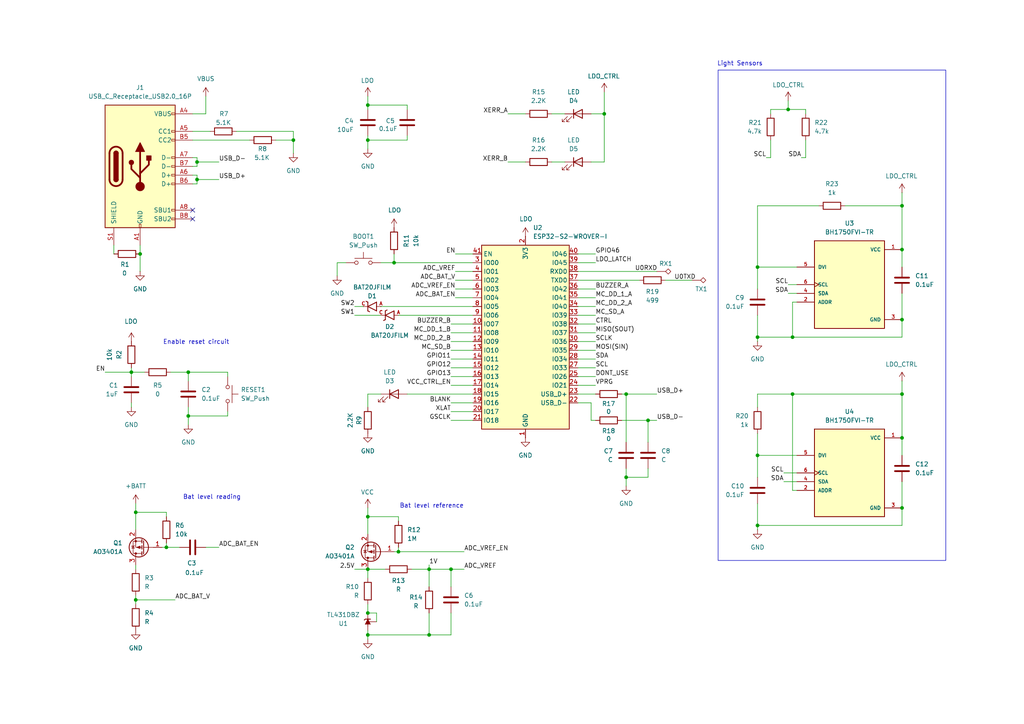
<source format=kicad_sch>
(kicad_sch (version 20231120) (generator "eeschema") (generator_version "8.0")
  (paper "A4")
  (junction (at 419.1 24.13))
  (junction (at 375.92 73.66))
  (junction (at 54.61 120.65))
  (junction (at 327.66 58.42))
  (junction (at 229.87 114.3))
  (junction (at 336.55 184.15))
  (junction (at 396.24 144.78))
  (junction (at 228.6 31.75))
  (junction (at 124.46 184.15))
  (junction (at 261.62 92.71))
  (junction (at 40.64 73.66))
  (junction (at 261.62 59.69))
  (junction (at 106.68 149.86))
  (junction (at 57.15 52.07))
  (junction (at 347.98 120.65))
  (junction (at 403.86 134.62))
  (junction (at 261.62 72.39))
  (junction (at 322.58 72.39))
  (junction (at 261.62 114.3))
  (junction (at 414.02 134.62))
  (junction (at 383.54 180.34))
  (junction (at 57.15 46.99))
  (junction (at 401.32 72.39))
  (junction (at 114.3 76.2))
  (junction (at 106.68 165.1))
  (junction (at 219.71 132.08))
  (junction (at 175.26 33.02))
  (junction (at 181.61 138.43))
  (junction (at 316.23 58.42))
  (junction (at 326.39 189.23))
  (junction (at 85.09 40.64))
  (junction (at 396.24 121.92))
  (junction (at 124.46 165.1))
  (junction (at 381 33.02))
  (junction (at 448.31 45.72))
  (junction (at 430.53 134.62))
  (junction (at 336.55 172.72))
  (junction (at 48.26 158.75))
  (junction (at 389.89 58.42))
  (junction (at 115.57 160.02))
  (junction (at 181.61 114.3))
  (junction (at 383.54 190.5))
  (junction (at 219.71 97.79))
  (junction (at 313.69 120.65))
  (junction (at 130.81 165.1))
  (junction (at 443.23 60.96))
  (junction (at 261.62 147.32))
  (junction (at 335.28 137.16))
  (junction (at 106.68 177.8))
  (junction (at 389.89 45.72))
  (junction (at 342.9 66.04))
  (junction (at 415.29 110.49))
  (junction (at 402.59 121.92))
  (junction (at 261.62 127))
  (junction (at 106.68 30.48))
  (junction (at 406.4 134.62))
  (junction (at 187.96 121.92))
  (junction (at 364.49 58.42))
  (junction (at 219.71 152.4))
  (junction (at 106.68 40.64))
  (junction (at 401.32 58.42))
  (junction (at 229.87 97.79))
  (junction (at 38.1 107.95))
  (junction (at 397.51 13.97))
  (junction (at 39.37 148.59))
  (junction (at 219.71 77.47))
  (junction (at 430.53 124.46))
  (junction (at 331.47 203.2))
  (junction (at 342.9 58.42))
  (junction (at 389.89 33.02))
  (junction (at 397.51 24.13))
  (junction (at 54.61 107.95))
  (junction (at 39.37 173.99))
  (junction (at 106.68 184.15))
  (no_connect (at 55.88 63.5))
  (no_connect (at 55.88 60.96))
  (wire (pts (xy 57.15 46.99) (xy 63.5 46.99)))
  (wire (pts (xy -27.94 57.15) (xy -33.02 57.15)))
  (wire (pts (xy 403.86 134.62) (xy 396.24 134.62)))
  (wire (pts (xy 114.3 73.66) (xy 114.3 76.2)))
  (wire (pts (xy 172.72 76.2) (xy 167.64 76.2)))
  (wire (pts (xy 336.55 194.31) (xy 336.55 203.2)))
  (wire (pts (xy 420.37 45.72) (xy 420.37 43.18)))
  (wire (pts (xy 398.78 180.34) (xy 383.54 180.34)))
  (wire (pts (xy -74.93 132.08) (xy -74.93 135.89)))
  (wire (pts (xy 367.03 58.42) (xy 364.49 58.42)))
  (wire (pts (xy 55.88 53.34) (xy 57.15 53.34)))
  (wire (pts (xy 396.24 129.54) (xy 396.24 121.92)))
  (wire (pts (xy 361.95 69.85) (xy 364.49 69.85)))
  (wire (pts (xy -78.74 62.23) (xy -83.82 62.23)))
  (wire (pts (xy 313.69 132.08) (xy 313.69 137.16)))
  (wire (pts (xy -82.55 139.7) (xy -80.01 139.7)))
  (wire (pts (xy 106.68 165.1) (xy 106.68 167.64)))
  (wire (pts (xy 384.81 64.77) (xy 387.35 64.77)))
  (wire (pts (xy -30.48 187.96) (xy -30.48 191.77)))
  (wire (pts (xy 130.81 184.15) (xy 124.46 184.15)))
  (wire (pts (xy 229.87 114.3) (xy 229.87 142.24)))
  (wire (pts (xy 106.68 177.8) (xy 106.68 175.26)))
  (wire (pts (xy 430.53 135.89) (xy 430.53 134.62)))
  (wire (pts (xy 384.81 110.49) (xy 388.62 110.49)))
  (wire (pts (xy -58.42 83.82) (xy -53.34 83.82)))
  (wire (pts (xy -58.42 78.74) (xy -53.34 78.74)))
  (wire (pts (xy 313.69 124.46) (xy 313.69 120.65)))
  (wire (pts (xy 106.68 40.64) (xy 118.11 40.64)))
  (wire (pts (xy 219.71 153.67) (xy 219.71 152.4)))
  (wire (pts (xy 327.66 68.58) (xy 327.66 72.39)))
  (wire (pts (xy 55.88 38.1) (xy 60.96 38.1)))
  (wire (pts (xy 171.45 46.99) (xy 175.26 46.99)))
  (wire (pts (xy -102.87 86.36) (xy -107.95 86.36)))
  (wire (pts (xy -53.34 59.69) (xy -58.42 59.69)))
  (wire (pts (xy -53.34 54.61) (xy -58.42 54.61)))
  (wire (pts (xy 365.76 63.5) (xy 365.76 73.66)))
  (wire (pts (xy 261.62 55.88) (xy 261.62 59.69)))
  (wire (pts (xy 106.68 39.37) (xy 106.68 40.64)))
  (wire (pts (xy 106.68 114.3) (xy 106.68 118.11)))
  (wire (pts (xy 102.87 165.1) (xy 106.68 165.1)))
  (wire (pts (xy 448.31 45.72) (xy 420.37 45.72)))
  (wire (pts (xy 57.15 52.07) (xy 57.15 53.34)))
  (wire (pts (xy 261.62 59.69) (xy 245.11 59.69)))
  (wire (pts (xy 124.46 165.1) (xy 130.81 165.1)))
  (wire (pts (xy -27.94 49.53) (xy -33.02 49.53)))
  (wire (pts (xy 130.81 96.52) (xy 137.16 96.52)))
  (wire (pts (xy 383.54 189.23) (xy 383.54 190.5)))
  (wire (pts (xy 219.71 114.3) (xy 229.87 114.3)))
  (wire (pts (xy 402.59 110.49) (xy 415.29 110.49)))
  (wire (pts (xy 223.52 40.64) (xy 223.52 45.72)))
  (wire (pts (xy 406.4 144.78) (xy 406.4 143.51)))
  (wire (pts (xy -58.42 81.28) (xy -53.34 81.28)))
  (wire (pts (xy 187.96 138.43) (xy 187.96 135.89)))
  (wire (pts (xy 228.6 85.09) (xy 231.14 85.09)))
  (wire (pts (xy 130.81 121.92) (xy 137.16 121.92)))
  (wire (pts (xy -78.74 69.85) (xy -83.82 69.85)))
  (wire (pts (xy 401.32 72.39) (xy 401.32 74.93)))
  (wire (pts (xy -78.74 54.61) (xy -83.82 54.61)))
  (wire (pts (xy 223.52 33.02) (xy 223.52 31.75)))
  (wire (pts (xy 167.64 86.36) (xy 172.72 86.36)))
  (wire (pts (xy 326.39 189.23) (xy 326.39 193.04)))
  (wire (pts (xy -53.34 33.02) (xy -58.42 33.02)))
  (wire (pts (xy 336.55 170.18) (xy 336.55 172.72)))
  (wire (pts (xy -67.31 118.11) (xy -69.85 118.11)))
  (wire (pts (xy 316.23 58.42) (xy 327.66 58.42)))
  (wire (pts (xy -82.55 118.11) (xy -80.01 118.11)))
  (wire (pts (xy -114.3 135.89) (xy -111.76 135.89)))
  (wire (pts (xy -74.93 110.49) (xy -74.93 114.3)))
  (wire (pts (xy 237.49 59.69) (xy 219.71 59.69)))
  (wire (pts (xy 109.22 177.8) (xy 106.68 177.8)))
  (wire (pts (xy 124.46 184.15) (xy 106.68 184.15)))
  (wire (pts (xy 336.55 182.88) (xy 336.55 184.15)))
  (wire (pts (xy 335.28 137.16) (xy 347.98 137.16)))
  (wire (pts (xy 171.45 121.92) (xy 171.45 116.84)))
  (wire (pts (xy 48.26 158.75) (xy 48.26 157.48)))
  (wire (pts (xy 38.1 107.95) (xy 41.91 107.95)))
  (wire (pts (xy -53.34 64.77) (xy -58.42 64.77)))
  (wire (pts (xy 102.87 91.44) (xy 110.49 91.44)))
  (wire (pts (xy 349.25 196.85) (xy 351.79 196.85)))
  (wire (pts (xy -27.94 54.61) (xy -33.02 54.61)))
  (wire (pts (xy 54.61 120.65) (xy 54.61 118.11)))
  (wire (pts (xy -104.14 59.69) (xy -109.22 59.69)))
  (wire (pts (xy 419.1 15.24) (xy 419.1 24.13)))
  (wire (pts (xy 97.79 76.2) (xy 97.79 80.01)))
  (wire (pts (xy -104.14 35.56) (xy -109.22 35.56)))
  (wire (pts (xy 331.47 205.74) (xy 331.47 203.2)))
  (wire (pts (xy 172.72 104.14) (xy 167.64 104.14)))
  (wire (pts (xy -78.74 33.02) (xy -83.82 33.02)))
  (wire (pts (xy -106.68 128.27) (xy -106.68 132.08)))
  (wire (pts (xy 172.72 109.22) (xy 167.64 109.22)))
  (wire (pts (xy 130.81 116.84) (xy 137.16 116.84)))
  (wire (pts (xy 167.64 114.3) (xy 172.72 114.3)))
  (wire (pts (xy 109.22 180.34) (xy 109.22 177.8)))
  (wire (pts (xy -49.53 138.43) (xy -49.53 142.24)))
  (wire (pts (xy 106.68 184.15) (xy 106.68 185.42)))
  (wire (pts (xy 39.37 148.59) (xy 39.37 153.67)))
  (wire (pts (xy 229.87 97.79) (xy 261.62 97.79)))
  (wire (pts (xy -78.74 38.1) (xy -83.82 38.1)))
  (wire (pts (xy -104.14 49.53) (xy -109.22 49.53)))
  (wire (pts (xy 430.53 118.11) (xy 430.53 124.46)))
  (wire (pts (xy 364.49 68.58) (xy 367.03 68.58)))
  (wire (pts (xy -27.94 33.02) (xy -33.02 33.02)))
  (wire (pts (xy 389.89 45.72) (xy 417.83 45.72)))
  (wire (pts (xy -53.34 30.48) (xy -58.42 30.48)))
  (wire (pts (xy 402.59 113.03) (xy 402.59 110.49)))
  (wire (pts (xy 408.94 60.96) (xy 408.94 72.39)))
  (wire (pts (xy 105.41 88.9) (xy 102.87 88.9)))
  (wire (pts (xy 347.98 116.84) (xy 347.98 120.65)))
  (wire (pts (xy 30.48 107.95) (xy 38.1 107.95)))
  (wire (pts (xy 377.19 195.58) (xy 398.78 195.58)))
  (wire (pts (xy 219.71 118.11) (xy 219.71 114.3)))
  (wire (pts (xy 383.54 190.5) (xy 391.16 190.5)))
  (wire (pts (xy 419.1 33.02) (xy 419.1 24.13)))
  (wire (pts (xy 57.15 50.8) (xy 57.15 52.07)))
  (wire (pts (xy 118.11 31.75) (xy 118.11 30.48)))
  (wire (pts (xy -78.74 19.05) (xy -83.82 19.05)))
  (wire (pts (xy 175.26 46.99) (xy 175.26 33.02)))
  (wire (pts (xy 326.39 200.66) (xy 326.39 203.2)))
  (wire (pts (xy 402.59 121.92) (xy 407.67 121.92)))
  (wire (pts (xy 223.52 45.72) (xy 222.25 45.72)))
  (wire (pts (xy 393.7 110.49) (xy 396.24 110.49)))
  (wire (pts (xy 316.23 72.39) (xy 316.23 68.58)))
  (wire (pts (xy 229.87 87.63) (xy 229.87 97.79)))
  (wire (pts (xy 187.96 121.92) (xy 187.96 128.27)))
  (wire (pts (xy -78.74 21.59) (xy -83.82 21.59)))
  (wire (pts (xy 49.53 107.95) (xy 54.61 107.95)))
  (wire (pts (xy 46.99 158.75) (xy 48.26 158.75)))
  (wire (pts (xy 406.4 134.62) (xy 406.4 135.89)))
  (wire (pts (xy 430.53 60.96) (xy 443.23 60.96)))
  (wire (pts (xy 160.02 46.99) (xy 163.83 46.99)))
  (wire (pts (xy 415.29 107.95) (xy 415.29 110.49)))
  (wire (pts (xy 335.28 137.16) (xy 335.28 140.97)))
  (wire (pts (xy 401.32 58.42) (xy 408.94 58.42)))
  (wire (pts (xy -53.34 62.23) (xy -58.42 62.23)))
  (wire (pts (xy -39.37 187.96) (xy -39.37 191.77)))
  (wire (pts (xy 54.61 120.65) (xy 54.61 123.19)))
  (wire (pts (xy -104.14 54.61) (xy -109.22 54.61)))
  (wire (pts (xy 80.01 40.64) (xy 85.09 40.64)))
  (wire (pts (xy -104.14 62.23) (xy -109.22 62.23)))
  (wire (pts (xy 425.45 143.51) (xy 414.02 143.51)))
  (wire (pts (xy 187.96 121.92) (xy 190.5 121.92)))
  (wire (pts (xy 124.46 177.8) (xy 124.46 184.15)))
  (wire (pts (xy 48.26 149.86) (xy 48.26 148.59)))
  (wire (pts (xy -82.55 83.82) (xy -77.47 83.82)))
  (wire (pts (xy 59.69 27.94) (xy 59.69 33.02)))
  (wire (pts (xy -104.14 19.05) (xy -109.22 19.05)))
  (wire (pts (xy -104.14 52.07) (xy -109.22 52.07)))
  (wire (pts (xy 381 29.21) (xy 381 33.02)))
  (wire (pts (xy 106.68 149.86) (xy 106.68 154.94)))
  (wire (pts (xy -27.94 67.31) (xy -33.02 67.31)))
  (wire (pts (xy -53.34 69.85) (xy -58.42 69.85)))
  (wire (pts (xy 66.04 120.65) (xy 54.61 120.65)))
  (wire (pts (xy 132.08 73.66) (xy 137.16 73.66)))
  (wire (pts (xy 393.7 121.92) (xy 396.24 121.92)))
  (wire (pts (xy 40.64 73.66) (xy 40.64 78.74)))
  (wire (pts (xy 231.14 142.24) (xy 229.87 142.24)))
  (wire (pts (xy 351.79 172.72) (xy 336.55 172.72)))
  (wire (pts (xy -78.74 64.77) (xy -83.82 64.77)))
  (wire (pts (xy 342.9 66.04) (xy 342.9 58.42)))
  (wire (pts (xy 233.68 40.64) (xy 233.68 45.72)))
  (wire (pts (xy 326.39 189.23) (xy 328.93 189.23)))
  (wire (pts (xy -78.74 57.15) (xy -83.82 57.15)))
  (wire (pts (xy -78.74 67.31) (xy -83.82 67.31)))
  (wire (pts (xy -107.95 81.28) (xy -102.87 81.28)))
  (wire (pts (xy 436.88 124.46) (xy 430.53 124.46)))
  (wire (pts (xy -104.14 67.31) (xy -109.22 67.31)))
  (wire (pts (xy 85.09 44.45) (xy 85.09 40.64)))
  (wire (pts (xy 387.35 64.77) (xy 387.35 66.04)))
  (wire (pts (xy 396.24 146.05) (xy 396.24 144.78)))
  (wire (pts (xy 114.3 76.2) (xy 137.16 76.2)))
  (wire (pts (xy 66.04 120.65) (xy 66.04 119.38)))
  (wire (pts (xy 39.37 173.99) (xy 50.8 173.99)))
  (wire (pts (xy 350.52 69.85) (xy 354.33 69.85)))
  (wire (pts (xy -48.26 187.96) (xy -48.26 191.77)))
  (wire (pts (xy -104.14 57.15) (xy -109.22 57.15)))
  (wire (pts (xy 57.15 45.72) (xy 57.15 46.99)))
  (wire (pts (xy -27.94 38.1) (xy -33.02 38.1)))
  (wire (pts (xy -99.06 170.18) (xy -101.6 170.18)))
  (wire (pts (xy -27.94 86.36) (xy -33.02 86.36)))
  (wire (pts (xy 384.81 121.92) (xy 388.62 121.92)))
  (wire (pts (xy 430.53 58.42) (xy 435.61 58.42)))
  (wire (pts (xy 313.69 116.84) (xy 313.69 120.65)))
  (wire (pts (xy 326.39 203.2) (xy 331.47 203.2)))
  (wire (pts (xy -53.34 35.56) (xy -58.42 35.56)))
  (wire (pts (xy 402.59 120.65) (xy 402.59 121.92)))
  (wire (pts (xy 106.68 114.3) (xy 110.49 114.3)))
  (wire (pts (xy 219.71 97.79) (xy 219.71 91.44)))
  (wire (pts (xy 172.72 99.06) (xy 167.64 99.06)))
  (wire (pts (xy 130.81 104.14) (xy 137.16 104.14)))
  (wire (pts (xy 364.49 58.42) (xy 364.49 60.96)))
  (wire (pts (xy 375.92 72.39) (xy 375.92 73.66)))
  (wire (pts (xy -53.34 52.07) (xy -58.42 52.07)))
  (wire (pts (xy 219.71 152.4) (xy 261.62 152.4)))
  (wire (pts (xy -27.94 59.69) (xy -33.02 59.69)))
  (wire (pts (xy 381 33.02) (xy 381 36.83)))
  (wire (pts (xy -78.74 30.48) (xy -83.82 30.48)))
  (wire (pts (xy 171.45 116.84) (xy 167.64 116.84)))
  (wire (pts (xy 327.66 58.42) (xy 342.9 58.42)))
  (wire (pts (xy -35.56 170.18) (xy -33.02 170.18)))
  (wire (pts (xy -27.94 30.48) (xy -33.02 30.48)))
  (wire (pts (xy 219.71 77.47) (xy 231.14 77.47)))
  (wire (pts (xy 130.81 111.76) (xy 137.16 111.76)))
  (wire (pts (xy 181.61 138.43) (xy 181.61 135.89)))
  (wire (pts (xy 219.71 132.08) (xy 231.14 132.08)))
  (wire (pts (xy 321.31 189.23) (xy 326.39 189.23)))
  (wire (pts (xy -27.94 19.05) (xy -33.02 19.05)))
  (wire (pts (xy 115.57 158.75) (xy 115.57 160.02)))
  (wire (pts (xy 389.89 58.42) (xy 392.43 58.42)))
  (wire (pts (xy -78.74 46.99) (xy -83.82 46.99)))
  (wire (pts (xy -20.32 170.18) (xy -22.86 170.18)))
  (wire (pts (xy -53.34 49.53) (xy -58.42 49.53)))
  (wire (pts (xy 130.81 109.22) (xy 137.16 109.22)))
  (wire (pts (xy 181.61 114.3) (xy 181.61 128.27)))
  (wire (pts (xy -104.14 46.99) (xy -109.22 46.99)))
  (wire (pts (xy -106.68 106.68) (xy -106.68 110.49)))
  (wire (pts (xy 54.61 107.95) (xy 66.04 107.95)))
  (wire (pts (xy 381 33.02) (xy 389.89 33.02)))
  (wire (pts (xy 110.49 88.9) (xy 137.16 88.9)))
  (wire (pts (xy 233.68 33.02) (xy 233.68 31.75)))
  (wire (pts (xy 261.62 72.39) (xy 261.62 59.69)))
  (wire (pts (xy 347.98 124.46) (xy 347.98 120.65)))
  (wire (pts (xy 430.53 124.46) (xy 430.53 134.62)))
  (wire (pts (xy 160.02 33.02) (xy 163.83 33.02)))
  (wire (pts (xy 342.9 120.65) (xy 347.98 120.65)))
  (wire (pts (xy 261.62 127) (xy 261.62 132.08)))
  (wire (pts (xy 227.33 139.7) (xy 231.14 139.7)))
  (wire (pts (xy -27.94 21.59) (xy -33.02 21.59)))
  (wire (pts (xy 261.62 110.49) (xy 261.62 114.3)))
  (wire (pts (xy 364.49 69.85) (xy 364.49 68.58)))
  (wire (pts (xy -99.06 114.3) (xy -101.6 114.3)))
  (wire (pts (xy 261.62 72.39) (xy 261.62 77.47)))
  (wire (pts (xy 40.64 71.12) (xy 40.64 73.66)))
  (wire (pts (xy 318.77 123.19) (xy 327.66 123.19)))
  (wire (pts (xy 367.03 63.5) (xy 365.76 63.5)))
  (wire (pts (xy -104.14 38.1) (xy -109.22 38.1)))
  (wire (pts (xy -104.14 33.02) (xy -109.22 33.02)))
  (wire (pts (xy 130.81 93.98) (xy 137.16 93.98)))
  (wire (pts (xy -53.34 21.59) (xy -58.42 21.59)))
  (wire (pts (xy -106.68 162.56) (xy -106.68 166.37)))
  (wire (pts (xy 223.52 31.75) (xy 228.6 31.75)))
  (wire (pts (xy 261.62 147.32) (xy 261.62 152.4)))
  (wire (pts (xy 316.23 54.61) (xy 316.23 58.42)))
  (wire (pts (xy -27.94 52.07) (xy -33.02 52.07)))
  (wire (pts (xy 167.64 101.6) (xy 172.72 101.6)))
  (wire (pts (xy 167.64 78.74) (xy 190.5 78.74)))
  (wire (pts (xy 38.1 106.68) (xy 38.1 107.95)))
  (wire (pts (xy -82.55 78.74) (xy -77.47 78.74)))
  (wire (pts (xy -78.74 16.51) (xy -83.82 16.51)))
  (wire (pts (xy 327.66 58.42) (xy 327.66 60.96)))
  (wire (pts (xy 389.89 33.02) (xy 389.89 45.72)))
  (wire (pts (xy 232.41 45.72) (xy 233.68 45.72)))
  (wire (pts (xy 219.71 59.69) (xy 219.71 77.47)))
  (wire (pts (xy -99.06 135.89) (xy -101.6 135.89)))
  (wire (pts (xy 119.38 165.1) (xy 124.46 165.1)))
  (wire (pts (xy 130.81 101.6) (xy 137.16 101.6)))
  (wire (pts (xy 59.69 158.75) (xy 63.5 158.75)))
  (wire (pts (xy 335.28 130.81) (xy 335.28 137.16)))
  (wire (pts (xy -78.74 170.18) (xy -76.2 170.18)))
  (wire (pts (xy 115.57 91.44) (xy 137.16 91.44)))
  (wire (pts (xy 167.64 88.9) (xy 172.72 88.9)))
  (wire (pts (xy 55.88 48.26) (xy 57.15 48.26)))
  (wire (pts (xy 313.69 137.16) (xy 335.28 137.16)))
  (wire (pts (xy 261.62 92.71) (xy 261.62 97.79)))
  (wire (pts (xy 55.88 45.72) (xy 57.15 45.72)))
  (wire (pts (xy 336.55 184.15) (xy 344.17 184.15)))
  (wire (pts (xy -53.34 19.05) (xy -58.42 19.05)))
  (wire (pts (xy -104.14 21.59) (xy -109.22 21.59)))
  (wire (pts (xy 397.51 24.13) (xy 407.67 24.13)))
  (wire (pts (xy 181.61 138.43) (xy 187.96 138.43)))
  (wire (pts (xy -77.47 86.36) (xy -82.55 86.36)))
  (wire (pts (xy 261.62 127) (xy 261.62 114.3)))
  (wire (pts (xy 106.68 147.32) (xy 106.68 149.86)))
  (wire (pts (xy -53.34 16.51) (xy -58.42 16.51)))
  (wire (pts (xy 167.64 93.98) (xy 172.72 93.98)))
  (wire (pts (xy -104.14 16.51) (xy -109.22 16.51)))
  (wire (pts (xy 39.37 146.05) (xy 39.37 148.59)))
  (wire (pts (xy 167.64 83.82) (xy 172.72 83.82)))
  (wire (pts (xy 384.81 68.58) (xy 384.81 72.39)))
  (wire (pts (xy 130.81 165.1) (xy 130.81 170.18)))
  (wire (pts (xy -34.29 138.43) (xy -34.29 142.24)))
  (wire (pts (xy 350.52 66.04) (xy 354.33 66.04)))
  (wire (pts (xy 130.81 106.68) (xy 137.16 106.68)))
  (wire (pts (xy -78.74 59.69) (xy -83.82 59.69)))
  (wire (pts (xy 54.61 107.95) (xy 54.61 110.49)))
  (wire (pts (xy 124.46 163.83) (xy 124.46 165.1)))
  (wire (pts (xy 180.34 121.92) (xy 187.96 121.92)))
  (wire (pts (xy 57.15 46.99) (xy 57.15 48.26)))
  (wire (pts (xy 389.89 33.02) (xy 392.43 33.02)))
  (wire (pts (xy -33.02 83.82) (xy -27.94 83.82)))
  (wire (pts (xy 172.72 96.52) (xy 167.64 96.52)))
  (wire (pts (xy 401.32 60.96) (xy 401.32 58.42)))
  (wire (pts (xy 118.11 40.64) (xy 118.11 39.37)))
  (wire (pts (xy 147.32 46.99) (xy 152.4 46.99)))
  (wire (pts (xy 97.79 76.2) (xy 100.33 76.2)))
  (wire (pts (xy 443.23 60.96) (xy 443.23 58.42)))
  (wire (pts (xy 327.66 72.39) (xy 322.58 72.39)))
  (wire (pts (xy -107.95 78.74) (xy -102.87 78.74)))
  (wire (pts (xy 106.68 182.88) (xy 106.68 184.15)))
  (wire (pts (xy 401.32 68.58) (xy 401.32 72.39)))
  (wire (pts (xy 391.16 13.97) (xy 391.16 15.24)))
  (wire (pts (xy 351.79 196.85) (xy 351.79 189.23)))
  (wire (pts (xy 396.24 121.92) (xy 402.59 121.92)))
  (wire (pts (xy 167.64 111.76) (xy 172.72 111.76)))
  (wire (pts (xy 172.72 73.66) (xy 167.64 73.66)))
  (wire (pts (xy 219.71 152.4) (xy 219.71 146.05)))
  (wire (pts (xy 219.71 99.06) (xy 219.71 97.79)))
  (wire (pts (xy 375.92 73.66) (xy 375.92 74.93)))
  (wire (pts (xy 396.24 110.49) (xy 396.24 121.92)))
  (wire (pts (xy 167.64 81.28) (xy 185.42 81.28)))
  (wire (pts (xy -53.34 38.1) (xy -58.42 38.1)))
  (wire (pts (xy 400.05 58.42) (xy 401.32 58.42)))
  (wire (pts (xy 313.69 120.65) (xy 327.66 120.65)))
  (wire (pts (xy 391.16 13.97) (xy 397.51 13.97)))
  (wire (pts (xy 39.37 163.83) (xy 39.37 165.1)))
  (wire (pts (xy -27.94 69.85) (xy -33.02 69.85)))
  (wire (pts (xy 171.45 33.02) (xy 175.26 33.02)))
  (wire (pts (xy 384.81 58.42) (xy 389.89 58.42)))
  (wire (pts (xy 389.89 58.42) (xy 389.89 45.72)))
  (wire (pts (xy 396.24 139.7) (xy 396.24 144.78)))
  (wire (pts (xy -71.12 162.56) (xy -71.12 166.37)))
  (wire (pts (xy 383.54 180.34) (xy 383.54 181.61)))
  (wire (pts (xy 106.68 43.18) (xy 106.68 40.64)))
  (wire (pts (xy -104.14 64.77) (xy -109.22 64.77)))
  (wire (pts (xy -27.94 162.56) (xy -27.94 166.37)))
  (wire (pts (xy 68.58 38.1) (xy 85.09 38.1)))
  (wire (pts (xy 397.51 13.97) (xy 397.51 24.13)))
  (wire (pts (xy 322.58 72.39) (xy 316.23 72.39)))
  (wire (pts (xy 181.61 114.3) (xy 190.5 114.3)))
  (wire (pts (xy 316.23 58.42) (xy 316.23 60.96)))
  (wire (pts (xy 33.02 71.12) (xy 33.02 73.66)))
  (wire (pts (xy 397.51 12.7) (xy 397.51 13.97)))
  (wire (pts (xy 448.31 60.96) (xy 448.31 45.72)))
  (wire (pts (xy 219.71 125.73) (xy 219.71 132.08)))
  (wire (pts (xy 132.08 81.28) (xy 137.16 81.28)))
  (wire (pts (xy 361.95 66.04) (xy 367.03 66.04)))
  (wire (pts (xy -78.74 52.07) (xy -83.82 52.07)))
  (wire (pts (xy 342.9 66.04) (xy 342.9 69.85)))
  (wire (pts (xy 130.81 177.8) (xy 130.81 184.15)))
  (wire (pts (xy 193.04 81.28) (xy 200.66 81.28)))
  (wire (pts (xy 134.62 160.02) (xy 115.57 160.02)))
  (wire (pts (xy 175.26 33.02) (xy 175.26 26.67)))
  (wire (pts (xy 181.61 138.43) (xy 181.61 140.97)))
  (wire (pts (xy 38.1 116.84) (xy 38.1 118.11)))
  (wire (pts (xy 229.87 87.63) (xy 231.14 87.63)))
  (wire (pts (xy 408.94 72.39) (xy 401.32 72.39)))
  (wire (pts (xy -33.02 78.74) (xy -27.94 78.74)))
  (wire (pts (xy 403.86 134.62) (xy 406.4 134.62)))
  (wire (pts (xy -27.94 64.77) (xy -33.02 64.77)))
  (wire (pts (xy 229.87 97.79) (xy 219.71 97.79)))
  (wire (pts (xy 167.64 91.44) (xy 172.72 91.44)))
  (wire (pts (xy 55.88 50.8) (xy 57.15 50.8)))
  (wire (pts (xy 39.37 173.99) (xy 39.37 175.26)))
  (wire (pts (xy 440.69 143.51) (xy 435.61 143.51)))
  (wire (pts (xy -104.14 69.85) (xy -109.22 69.85)))
  (wire (pts (xy 436.88 124.46) (xy 436.88 125.73)))
  (wire (pts (xy 172.72 106.68) (xy 167.64 106.68)))
  (wire (pts (xy 414.02 134.62) (xy 417.83 134.62)))
  (wire (pts (xy 227.33 137.16) (xy 231.14 137.16)))
  (wire (pts (xy 106.68 27.94) (xy 106.68 30.48)))
  (wire (pts (xy -107.95 83.82) (xy -102.87 83.82)))
  (wire (pts (xy -114.3 114.3) (xy -111.76 114.3)))
  (wire (pts (xy 38.1 109.22) (xy 38.1 107.95)))
  (wire (pts (xy 396.24 144.78) (xy 406.4 144.78)))
  (wire (pts (xy -82.55 81.28) (xy -77.47 81.28)))
  (wire (pts (xy -104.14 30.48) (xy -109.22 30.48)))
  (wire (pts (xy 417.83 45.72) (xy 417.83 43.18)))
  (wire (pts (xy 132.08 83.82) (xy 137.16 83.82)))
  (wire (pts (xy 124.46 165.1) (xy 124.46 170.18)))
  (wire (pts (xy -53.34 67.31) (xy -58.42 67.31)))
  (wire (pts (xy 106.68 165.1) (xy 111.76 165.1)))
  (wire (pts (xy 364.49 60.96) (xy 367.03 60.96)))
  (wire (pts (xy 171.45 121.92) (xy 172.72 121.92)))
  (wire (pts (xy 261.62 114.3) (xy 229.87 114.3)))
  (wire (pts (xy 180.34 114.3) (xy 181.61 114.3)))
  (wire (pts (xy 147.32 33.02) (xy 152.4 33.02)))
  (wire (pts (xy -27.94 16.51) (xy -33.02 16.51)))
  (wire (pts (xy 115.57 151.13) (xy 115.57 149.86)))
  (wire (pts (xy 377.19 190.5) (xy 383.54 190.5)))
  (wire (pts (xy -21.59 187.96) (xy -21.59 191.77)))
  (wire (pts (xy -53.34 57.15) (xy -58.42 57.15)))
  (wire (pts (xy -27.94 46.99) (xy -33.02 46.99)))
  (wire (pts (xy 365.76 73.66) (xy 375.92 73.66)))
  (wire (pts (xy 261.62 139.7) (xy 261.62 147.32)))
  (wire (pts (xy 336.55 172.72) (xy 336.55 175.26)))
  (wire (pts (xy 132.08 78.74) (xy 137.16 78.74)))
  (wire (pts (xy 118.11 114.3) (xy 137.16 114.3)))
  (wire (pts (xy 115.57 160.02) (xy 114.3 160.02)))
  (wire (pts (xy 57.15 52.07) (xy 63.5 52.07)))
  (wire (pts (xy -27.94 62.23) (xy -33.02 62.23)))
  (wire (pts (xy 448.31 43.18) (xy 448.31 45.72)))
  (wire (pts (xy 55.88 40.64) (xy 72.39 40.64)))
  (wire (pts (xy 115.57 149.86) (xy 106.68 149.86)))
  (wire (pts (xy 383.54 177.8) (xy 383.54 180.34)))
  (wire (pts (xy -27.94 35.56) (xy -33.02 35.56)))
  (wire (pts (xy 110.49 76.2) (xy 114.3 76.2)))
  (wire (pts (xy -21.59 138.43) (xy -21.59 142.24)))
  (wire (pts (xy -41.91 138.43) (xy -41.91 142.24)))
  (wire (pts (xy 398.78 180.34) (xy 398.78 185.42)))
  (wire (pts (xy 130.81 99.06) (xy 137.16 99.06)))
  (wire (pts (xy -78.74 35.56) (xy -83.82 35.56)))
  (wire (pts (xy 106.68 30.48) (xy 118.11 30.48)))
  (wire (pts (xy 228.6 82.55) (xy 231.14 82.55)))
  (wire (pts (xy 443.23 60.96) (xy 448.31 60.96)))
  (wire (pts (xy -78.74 49.53) (xy -83.82 49.53)))
  (wire (pts (xy -33.02 81.28) (xy -27.94 81.28)))
  (wire (pts (xy 342.9 58.42) (xy 364.49 58.42)))
  (wire (pts (xy -67.31 139.7) (xy -69.85 139.7)))
  (wire (pts (xy 347.98 132.08) (xy 347.98 137.16)))
  (wire (pts (xy -114.3 170.18) (xy -111.76 170.18)))
  (wire (pts (xy 261.62 85.09) (xy 261.62 92.71)))
  (wire (pts (xy 228.6 31.75) (xy 233.68 31.75)))
  (wire (pts (xy 406.4 134.62) (xy 414.02 134.62)))
  (wire (pts (xy 397.51 25.4) (xy 397.51 24.13)))
  (wire (pts (xy 66.04 107.95) (xy 66.04 109.22)))
  (wire (pts (xy 130.81 119.38) (xy 137.16 119.38)))
  (wire (pts (xy 414.02 143.51) (xy 414.02 134.62)))
  (wire (pts (xy 351.79 172.72) (xy 351.79 179.07)))
  (wire (pts (xy 219.71 138.43) (xy 219.71 132.08)))
  (wire (pts (xy 85.09 38.1) (xy 85.09 40.64)))
  (wire (pts (xy 132.08 86.36) (xy 137.16 86.36)))
  (wire (pts (xy 219.71 83.82) (xy 219.71 77.47)))
  (wire (pts (xy 412.75 24.13) (xy 419.1 24.13)))
  (wire (pts (xy -53.34 86.36) (xy -58.42 86.36)))
  (wire (pts (xy 331.47 203.2) (xy 336.55 203.2)))
  (wire (pts (xy 228.6 29.21) (xy 228.6 31.75)))
  (wire (pts (xy 415.29 110.49) (xy 415.29 116.84)))
  (wire (pts (xy 106.68 31.75) (xy 106.68 30.48)))
  (wire (pts (xy 48.26 158.75) (xy 52.07 158.75)))
  (wire (pts (xy 39.37 172.72) (xy 39.37 173.99)))
  (wire (pts (xy 402.59 33.02) (xy 419.1 33.02)))
  (wire (pts (xy 55.88 33.02) (xy 59.69 33.02)))
  (wire (pts (xy 48.26 148.59) (xy 39.37 148.59)))
  (wire (pts (xy 415.29 130.81) (xy 415.29 127)))
  (wire (pts (xy -63.5 170.18) (xy -66.04 170.18)))
  (wire (pts (xy 422.91 134.62) (xy 430.53 134.62)))
  (wire (pts (xy 130.81 165.1) (xy 134.62 165.1)))
  (wire (pts (xy -53.34 46.99) (xy -58.42 46.99)))
  (rectangle (start 208.28 20.32) (end 274.32 162.56))
  (rectangle (start -53.34 101.6) (end -10.16 114.3))
  (rectangle (start -124.46 182.88) (end -58.42 198.12))
  (rectangle (start 365.76 99.06) (end 459.74 154.94))
  (rectangle (start 302.26 2.54) (end 459.74 88.9))
  (rectangle (start -124.46 101.6) (end -58.42 149.86))
  (rectangle (start -124.46 157.48) (end -10.16 177.8))
  (rectangle (start -124.46 2.54) (end -10.16 93.98))
  (rectangle (start -53.34 182.88) (end -10.16 198.12))
  (rectangle (start 302.26 162.56) (end 414.02 210.82))
  (rectangle (start 302.26 99.06) (end 360.68 154.94))
  (rectangle (start -53.34 119.38) (end -10.16 149.86))
  (text "GPIO (Extra)" (at -47.498 181.356 0) (effects (font (size 1.27 1.27))))
  (text "Connectors" (at -119.38 1.016 0) (effects (font (size 1.27 1.27))))
  (text "Bat level reference" (at 125.222 146.812 0) (effects (font (size 1.27 1.27))))
  (text "Mounting Holes" (at -46.228 100.076 0) (effects (font (size 1.27 1.27))))
  (text "TCL Order" (at -120.142 155.448 0) (effects (font (size 1.27 1.27))))
  (text "Enable reset circuit" (at 56.896 99.314 0) (effects (font (size 1.27 1.27))))
  (text "A _|_ B" (at -67.056 154.94 0) (effects (font (size 1.27 1.27))))
  (text "Power-on circuit" (at 373.888 97.536 0) (effects (font (size 1.27 1.27))))
  (text "Light Sensors" (at 214.63 18.542 0) (effects (font (size 1.27 1.27))))
  (text "Bat level reading" (at 61.468 144.272 0) (effects (font (size 1.27 1.27))))
  (text "Regulator" (at 306.578 97.282 0) (effects (font (size 1.27 1.27))))
  (text "Power Output Control" (at 312.674 160.782 0) (effects (font (size 1.27 1.27))))
  (text "Battery Management" (at 311.912 0.762 0) (effects (font (size 1.27 1.27))))
  (text "Signal Selection" (at -116.586 99.568 0) (effects (font (size 1.27 1.27))))
  (text "GND" (at -122.428 181.61 0) (effects (font (size 1.27 1.27))))
  (label "GND" (at -27.94 69.85 0))
  (label "ALT_A" (at -78.74 49.53 0))
  (label "ADC_BAT_EN" (at 63.5 158.75 0))
  (label "XLAT" (at -53.34 57.15 0))
  (label "VCC_CTRL_EN" (at 321.31 189.23 180))
  (label "GND" (at -104.14 21.59 0))
  (label "LDO_EN" (at 415.29 130.81 180))
  (label "LDO_LATCH" (at 172.72 76.2 0))
  (label "GND" (at -27.94 86.36 0))
  (label "GND" (at -27.94 38.1 0))
  (label "GPIO13" (at 130.81 109.22 180))
  (label "LDO_EN" (at 318.77 123.19 0))
  (label "VCC_CTRL" (at -34.29 138.43 0))
  (label "BUZZER_A" (at -77.47 83.82 0))
  (label "1V" (at -41.91 138.43 0))
  (label "GSCLK" (at -53.34 52.07 0))
  (label "BLANK" (at -78.74 54.61 0))
  (label "LDO_CTRL" (at -21.59 138.43 0))
  (label "GND" (at -77.47 86.36 0))
  (label "GPIO12" (at -39.37 187.96 0))
  (label "CTRL" (at 172.72 93.98 0))
  (label "ADC_VREF_EN" (at 134.62 160.02 0))
  (label "BLANK" (at -27.94 54.61 0))
  (label "SIN_A" (at -114.3 170.18 180))
  (label "SW2" (at 384.81 121.92 180))
  (label "SDA" (at 227.33 139.7 180))
  (label "SIN_B" (at -99.06 170.18 0))
  (label "MISO(SOUT)" (at 172.72 96.52 0))
  (label "XLAT" (at -78.74 57.15 0))
  (label "SIN_A" (at -78.74 170.18 180))
  (label "SCL" (at 222.25 45.72 180))
  (label "SW1" (at -106.68 106.68 0))
  (label "SCLK" (at -78.74 62.23 0))
  (label "ALT_B" (at -27.94 49.53 0))
  (label "MC_SD_B" (at -53.34 35.56 0))
  (label "GND" (at -104.14 38.1 0))
  (label "EN" (at 30.48 107.95 180))
  (label "BLANK" (at 130.81 116.84 180))
  (label "SOUT_B" (at -53.34 67.31 0))
  (label "LDO_LATCH" (at 440.69 143.51 0))
  (label "ADC_BAT_V" (at 132.08 81.28 180))
  (label "SCLK" (at -27.94 62.23 0))
  (label "SW1" (at 384.81 110.49 180))
  (label "ALT_B" (at -53.34 49.53 0))
  (label "VCC_CTRL" (at -77.47 78.74 0))
  (label "USB_D-" (at 63.5 46.99 0))
  (label "MC_DD_1_B" (at -53.34 30.48 0))
  (label "GND" (at -53.34 86.36 0))
  (label "USB_D-" (at 190.5 121.92 0))
  (label "ALT_A" (at -74.93 110.49 0))
  (label "SOUT_B" (at -27.94 67.31 0))
  (label "BUZZER_B" (at -53.34 83.82 0))
  (label "VCC_CTRL" (at -102.87 78.74 0))
  (label "XERR_A" (at -78.74 59.69 0))
  (label "CTRL" (at -67.31 118.11 0))
  (label "USB_D+" (at 63.5 52.07 0))
  (label "VPRG" (at 172.72 111.76 0))
  (label "MC_DD_2_B" (at -53.34 33.02 0))
  (label "GPIO11" (at 130.81 104.14 180))
  (label "LDO_CTRL" (at -77.47 81.28 0))
  (label "GPIO46" (at -21.59 187.96 0))
  (label "SIN_B" (at -27.94 64.77 0))
  (label "MISO(SOUT)" (at -35.56 170.18 180))
  (label "BUZZER_B" (at -27.94 83.82 0))
  (label "MOSI(SIN)" (at 172.72 101.6 0))
  (label "GPIO12" (at 130.81 106.68 180))
  (label "SW1" (at 102.87 91.44 180))
  (label "GSCLK" (at 130.81 121.92 180))
  (label "SIN_A" (at -78.74 64.77 0))
  (label "VPRG" (at -27.94 46.99 0))
  (label "VCC_CTRL" (at -53.34 78.74 0))
  (label "BUZZER_A" (at 172.72 83.82 0))
  (label "SW1_A" (at -104.14 16.51 0))
  (label "ALT_B" (at -74.93 132.08 0))
  (label "XLAT" (at 130.81 119.38 180))
  (label "GND" (at -104.14 69.85 0))
  (label "MC_SD_A" (at -78.74 35.56 0))
  (label "GND" (at -53.34 38.1 0))
  (label "SCLK" (at -53.34 62.23 0))
  (label "MC_SD_A" (at -104.14 35.56 0))
  (label "VPRG" (at -78.74 46.99 0))
  (label "MC_DD_2_B" (at -27.94 33.02 0))
  (label "XERR_B" (at -27.94 59.69 0))
  (label "ADC_VREF" (at 134.62 165.1 0))
  (label "SW2_B" (at -53.34 19.05 0))
  (label "SW2_A" (at -78.74 19.05 0))
  (label "BLANK" (at -104.14 54.61 0))
  (label "XERR_A" (at -104.14 59.69 0))
  (label "BUZZER_B" (at 130.81 93.98 180))
  (label "MC_DD_2_B" (at 130.81 99.06 180))
  (label "SDA" (at 228.6 85.09 180))
  (label "2.5V" (at -49.53 138.43 0))
  (label "SDA" (at 172.72 104.14 0))
  (label "EN" (at 132.08 73.66 180))
  (label "MC_DD_2_A" (at -104.14 33.02 0))
  (label "SW2_B" (at -99.06 135.89 0))
  (label "SW2" (at 102.87 88.9 180))
  (label "LDO_CTRL" (at -82.55 139.7 180))
  (label "SW2_B" (at -27.94 19.05 0))
  (label "LDO_CTRL_EN" (at 377.19 190.5 180))
  (label "ADC_BAT_V" (at 50.8 173.99 0))
  (label "U0RXD" (at 184.15 78.74 0))
  (label "MC_DD_1_A" (at -78.74 30.48 0))
  (label "VPRG" (at -104.14 46.99 0))
  (label "GND" (at -53.34 69.85 0))
  (label "MC_DD_1_B" (at -27.94 30.48 0))
  (label "1V" (at 124.46 163.83 0))
  (label "VCC_CTRL_EN" (at 130.81 111.76 180))
  (label "ADC_VREF" (at 132.08 78.74 180))
  (label "LDO_CTRL" (at -53.34 81.28 0))
  (label "GPIO13" (at -30.48 187.96 0))
  (label "SCL" (at 227.33 137.16 180))
  (label "LDO_CTRL" (at 377.19 195.58 180))
  (label "DONT_USE" (at 172.72 109.22 0))
  (label "U0TXD" (at 195.58 81.28 0))
  (label "LDO_CTRL" (at -82.55 118.11 180))
  (label "MC_SD_A" (at 172.72 91.44 0))
  (label "SW1_B" (at -27.94 16.51 0))
  (label "LDO_CTRL" (at -27.94 81.28 0))
  (label "BUZZER_A" (at -102.87 83.82 0))
  (label "MC_SD_B" (at -27.94 35.56 0))
  (label "MC_DD_2_A" (at 172.72 88.9 0))
  (label "MC_SD_B" (at 130.81 101.6 180))
  (label "MC_DD_1_A" (at -104.14 30.48 0))
  (label "ADC_BAT_EN" (at 132.08 86.36 180))
  (label "SCLK" (at 172.72 99.06 0))
  (label "SW1_A" (at -114.3 114.3 180))
  (label "GND" (at -53.34 21.59 0))
  (label "GND" (at -27.94 21.59 0))
  (label "MC_DD_2_A" (at -78.74 33.02 0))
  (label "GND" (at -102.87 86.36 0))
  (label "SDA" (at 232.41 45.72 180))
  (label "SCLK" (at -104.14 62.23 0))
  (label "SCL" (at 172.72 106.68 0))
  (label "LDO_CTRL" (at -102.87 81.28 0))
  (label "SOUT_B" (at -71.12 162.56 0))
  (label "SW1_A" (at -78.74 16.51 0))
  (label "SIN_A" (at -104.14 64.77 0))
  (label "SW1_B" (at -99.06 114.3 0))
  (label "GND" (at -78.74 21.59 0))
  (label "CTRL" (at -67.31 139.7 0))
  (label "GSCLK" (at -104.14 52.07 0))
  (label "SW1_B" (at -53.34 16.51 0))
  (label "ALT_A" (at -104.14 49.53 0))
  (label "SW2_A" (at -104.14 19.05 0))
  (label "SOUT_A" (at -104.14 67.31 0))
  (label "VCC_CTRL" (at -27.94 78.74 0))
  (label "MC_DD_1_B" (at 130.81 96.52 180))
  (label "SIN_B" (at -20.32 170.18 0))
  (label "SW2_A" (at -114.3 135.89 180))
  (label "XERR_A" (at 147.32 33.02 180))
  (label "MOSI(SIN)" (at -106.68 162.56 0))
  (label "XERR_B" (at 147.32 46.99 180))
  (label "VPRG" (at -53.34 46.99 0))
  (label "MC_DD_1_A" (at 172.72 86.36 0))
  (label "GPIO11" (at -48.26 187.96 0))
  (label "SW2" (at -106.68 128.27 0))
  (label "BLANK" (at -53.34 54.61 0))
  (label "XLAT" (at -27.94 57.15 0))
  (label "2.5V" (at 102.87 165.1 180))
  (label "GSCLK" (at -27.94 52.07 0))
  (label "ADC_VREF_EN" (at 132.08 83.82 180))
  (label "VCC_CTRL" (at 349.25 196.85 180))
  (label "MISO(SOUT)" (at -63.5 170.18 0))
  (label "GSCLK" (at -78.74 52.07 0))
  (label "SIN_B" (at -53.34 64.77 0))
  (label "GPIO46" (at 172.72 73.66 0))
  (label "SOUT_A" (at -27.94 162.56 0))
  (label "GND" (at -78.74 38.1 0))
  (label "SCL" (at 228.6 82.55 180))
  (label "SOUT_A" (at -78.74 67.31 0))
  (label "XERR_B" (at -53.34 59.69 0))
  (label "XLAT" (at -104.14 57.15 0))
  (label "GND" (at -78.74 69.85 0))
  (label "USB_D+" (at 190.5 114.3 0))
  (symbol (lib_id "Connector:TestPoint_Alt") (at -17.78 128.27 180) (unit 1)
    (property "Reference" "LDO1" (at -19.812 134.112 0) (effects (justify right)))
    (property "Value" "TestPoint_Alt" (effects (hide yes)))
    (property "Footprint" "TestPoint:TestPoint_Pad_D1.5mm" (effects (hide yes)))
    (property "Description" "test point (alternative shape)" (effects (hide yes)))
  )
  (symbol (lib_id "Connector:TestPoint_Alt") (at -21.59 191.77 180) (unit 1)
    (property "Reference" "P46" (at -20.574 191.77 0) (effects (justify right)))
    (property "Value" "TestPoint_Alt" (effects (hide yes)))
    (property "Footprint" "TestPoint:TestPoint_Pad_D1.5mm" (effects (hide yes)))
    (property "Description" "test point (alternative shape)" (effects (hide yes)))
  )
  (symbol (lib_id "Connector:TestPoint_Alt") (at -30.48 191.77 180) (unit 1)
    (property "Reference" "P13" (at -29.464 191.77 0) (effects (justify right)))
    (property "Value" "TestPoint_Alt" (effects (hide yes)))
    (property "Footprint" "TestPoint:TestPoint_Pad_D1.5mm" (effects (hide yes)))
    (property "Description" "test point (alternative shape)" (effects (hide yes)))
  )
  (symbol (lib_id "power:+BATT") (at 381 29.21 0) (unit 1)
    (property "Reference" "#PWR044" (effects (hide yes)))
    (property "Value" "+BATT" (at 381 24.13 0))
    (property "Description" "Power symbol creates a global label with name \"+BATT\"" (effects (hide yes)))
  )
  (symbol (lib_id "Connector:TestPoint_Alt") (at -25.4 128.27 180) (unit 1)
    (property "Reference" "B-1" (at -26.924 134.112 0) (effects (justify right)))
    (property "Value" "TestPoint_Alt" (effects (hide yes)))
    (property "Footprint" "TestPoint:TestPoint_Pad_D1.5mm" (effects (hide yes)))
    (property "Description" "test point (alternative shape)" (effects (hide yes)))
  )
  (symbol (lib_id "Device:R") (at 176.53 114.3 90) (mirror x) (unit 1)
    (property "Reference" "R17" (at 176.53 117.094 90))
    (property "Value" "0" (at 176.53 119.38 90))
    (property "Footprint" "Resistor_SMD:R_0603_1608Metric_Pad0.98x0.95mm_HandSolder" (effects (hide yes)))
    (property "Description" "Resistor" (effects (hide yes)))
  )
  (symbol (lib_id "Connector:Conn_01x03_Pin") (at -38.1 19.05 0) (unit 1)
    (property "Reference" "SW_C4" (at -36.068 12.446 0))
    (property "Value" "Conn_01x03_Pin" (effects (hide yes)))
    (property "Footprint" "Connector_PinHeader_1.27mm:PinHeader_1x03_P1.27mm_Vertical" (effects (hide yes)))
    (property "Description" "Generic connector, single row, 01x03, script generated" (effects (hide yes)))
  )
  (symbol (lib_id "power:+3.3V") (at 38.1 99.06 0) (unit 1)
    (property "Reference" "#PWR012" (effects (hide yes)))
    (property "Value" "LDO" (at 36.068 93.218 0) (effects (justify left)))
    (property "Description" "Power symbol creates a global label with name \"+3.3V\"" (effects (hide yes)))
  )
  (symbol (lib_id "BH1750FVI-TR:BH1750FVI-TR") (at 246.38 82.55 0) (unit 1)
    (property "Reference" "U3" (at 246.38 64.77 0))
    (property "Value" "BH1750FVI-TR" (at 246.38 67.31 0))
    (property "Footprint" "BH1750FVI-TR:XDCR_BH1750FVI-TR" (effects (hide yes)))
    (property "MF" "Rohm" (effects (hide yes)))
    (property "MAXIMUM_PACKAGE_HEIGHT" "0.75mm" (effects (hide yes)))
    (property "Package" "SMD-6 ROHM Semiconductor" (effects (hide yes)))
    (property "Price" "None" (effects (hide yes)))
    (property "Check_prices" "https://www.snapeda.com/parts/BH1750FVI-TR/Rohm/view-part/?ref=eda" (effects (hide yes)))
    (property "STANDARD" "Manufacturer recommendations" (effects (hide yes)))
    (property "PARTREV" "D" (effects (hide yes)))
    (property "SnapEDA_Link" "https://www.snapeda.com/parts/BH1750FVI-TR/Rohm/view-part/?ref=snap" (effects (hide yes)))
    (property "MP" "BH1750FVI-TR" (effects (hide yes)))
    (property "Description_1" "\n                        \n                            Optical Sensor Ambient 560nm I2C 6-SMD, Flat Lead Exposed Pad\n                        \n" (effects (hide yes)))
    (property "Availability" "In Stock" (effects (hide yes)))
    (property "MANUFACTURER" "Rohm" (effects (hide yes)))
  )
  (symbol (lib_id "power:VBUS") (at -48.26 128.27 0) (unit 1)
    (property "Reference" "#PWR08" (effects (hide yes)))
    (property "Value" "VBUS" (at -48.26 123.19 0))
    (property "Description" "Power symbol creates a global label with name \"VBUS\"" (effects (hide yes)))
  )
  (symbol (lib_id "BAT20JFILM:BAT20JFILM") (at 113.03 91.44 180) (unit 1)
    (property "Reference" "D2" (at 113.03 94.742 0))
    (property "Value" "BAT20JFILM" (at 113.03 97.282 0))
    (property "Footprint" "BAT20JFILM:SOD-323" (effects (hide yes)))
    (property "MF" "STMicroelectronics" (effects (hide yes)))
    (property "Description_1" "\n                        \n                            Diode Schottky 23 V 1A Surface Mount SOD-323\n                        \n" (effects (hide yes)))
    (property "Package" "SOD-323 STMicroelectronics" (effects (hide yes)))
    (property "Price" "None" (effects (hide yes)))
    (property "Check_prices" "https://www.snapeda.com/parts/BAT20JFILM/STMicroelectronics/view-part/?ref=eda" (effects (hide yes)))
    (property "VALUE" "BAT20JFILM" (effects (hide yes)))
    (property "SnapEDA_Link" "https://www.snapeda.com/parts/BAT20JFILM/STMicroelectronics/view-part/?ref=snap" (effects (hide yes)))
    (property "PROD_ID" "DIO-11623" (effects (hide yes)))
    (property "Availability" "In Stock" (effects (hide yes)))
    (property "MP" "BAT20JFILM" (effects (hide yes)))
  )
  (symbol (lib_id "power:GND") (at 181.61 140.97 0) (unit 1)
    (property "Reference" "#PWR030" (effects (hide yes)))
    (property "Value" "GND" (at 181.61 146.05 0))
    (property "Description" "Power symbol creates a global label with name \"GND\" , ground" (effects (hide yes)))
  )
  (symbol (lib_id "Device:R") (at 402.59 116.84 0) (unit 1)
    (property "Reference" "R32" (at 405.13 115.5699 0) (effects (justify left)))
    (property "Value" "1M" (at 405.13 118.1099 0) (effects (justify left)))
    (property "Footprint" "Capacitor_SMD:C_0603_1608Metric_Pad1.08x0.95mm_HandSolder" (effects (hide yes)))
    (property "Description" "Resistor" (effects (hide yes)))
  )
  (symbol (lib_id "power:+3.3V") (at 175.26 26.67 0) (unit 1)
    (property "Reference" "#PWR029" (effects (hide yes)))
    (property "Value" "LDO_CTRL" (at 170.434 22.098 0) (effects (justify left)))
    (property "Description" "Power symbol creates a global label with name \"+3.3V\"" (effects (hide yes)))
  )
  (symbol (lib_id "Connector:Conn_01x10_Pin") (at -114.3 57.15 0) (unit 1)
    (property "Reference" "DD1" (at -112.268 42.672 0))
    (property "Value" "Conn_01x10_Pin" (effects (hide yes)))
    (property "Footprint" "Connector_PinHeader_1.27mm:PinHeader_1x10_P1.27mm_Vertical" (effects (hide yes)))
    (property "Description" "Generic connector, single row, 01x10, script generated" (effects (hide yes)))
  )
  (symbol (lib_id "Transistor_FET:AO3400A") (at 398.78 134.62 0) (mirror y) (unit 1)
    (property "Reference" "Q7" (at 391.668 133.096 0) (effects (justify left)))
    (property "Value" "AO3400A" (at 391.668 135.636 0) (effects (justify left)))
    (property "Footprint" "Package_TO_SOT_SMD:SOT-23" (effects (hide yes)))
    (property "Datasheet" "http://www.aosmd.com/pdfs/datasheet/AO3400A.pdf" (effects (hide yes)))
    (property "Description" "30V Vds, 5.7A Id, N-Channel MOSFET, SOT-23" (effects (hide yes)))
  )
  (symbol (lib_id "Jumper:SolderJumper_3_Open") (at -74.93 139.7 0) (mirror x) (unit 1)
    (property "Reference" "ALT_B1" (at -75.438 145.288 0))
    (property "Value" "SolderJumper_3_Open" (effects (hide yes)))
    (property "Footprint" "Jumper:SolderJumper-3_P1.3mm_Open_RoundedPad1.0x1.5mm_NumberLabels" (effects (hide yes)))
    (property "Description" "Solder Jumper, 3-pole, open" (effects (hide yes)))
  )
  (symbol (lib_id "Connector:TestPoint_Alt") (at -49.53 142.24 180) (unit 1)
    (property "Reference" "2.5V1" (at -48.514 142.24 0) (effects (justify right)))
    (property "Value" "TestPoint_Alt" (effects (hide yes)))
    (property "Footprint" "TestPoint:TestPoint_Pad_D1.5mm" (effects (hide yes)))
    (property "Description" "test point (alternative shape)" (effects (hide yes)))
  )
  (symbol (lib_id "Device:LED") (at 167.64 46.99 0) (unit 1)
    (property "Reference" "D5" (at 166.37 43.18 0))
    (property "Value" "LED" (at 166.37 40.64 0))
    (property "Footprint" "LED_SMD:LED_0603_1608Metric_Pad1.05x0.95mm_HandSolder" (effects (hide yes)))
    (property "Description" "Light emitting diode" (effects (hide yes)))
  )
  (symbol (lib_id "Connector:TestPoint_Alt") (at 200.66 81.28 270) (unit 1)
    (property "Reference" "TX1" (at 205.232 83.82 90) (effects (justify right)))
    (property "Value" "TestPoint_Alt" (effects (hide yes)))
    (property "Footprint" "TestPoint:TestPoint_Pad_D1.5mm" (effects (hide yes)))
    (property "Description" "test point (alternative shape)" (effects (hide yes)))
  )
  (symbol (lib_id "Device:R") (at 156.21 33.02 90) (unit 1)
    (property "Reference" "R15" (at 156.21 26.67 90))
    (property "Value" "2.2K" (at 156.21 29.21 90))
    (property "Footprint" "Resistor_SMD:R_0603_1608Metric_Pad0.98x0.95mm_HandSolder" (effects (hide yes)))
    (property "Description" "Resistor" (effects (hide yes)))
  )
  (symbol (lib_id "Jumper:SolderJumper_3_Open") (at -106.68 114.3 0) (mirror x) (unit 1)
    (property "Reference" "SW_1" (at -107.188 119.888 0))
    (property "Value" "SolderJumper_3_Open" (effects (hide yes)))
    (property "Footprint" "Jumper:SolderJumper-3_P1.3mm_Open_RoundedPad1.0x1.5mm_NumberLabels" (effects (hide yes)))
    (property "Description" "Solder Jumper, 3-pole, open" (effects (hide yes)))
  )
  (symbol (lib_id "Connector:Conn_01x04_Pin") (at -87.63 81.28 0) (unit 1)
    (property "Reference" "PWR2" (at -86.106 75.184 0))
    (property "Value" "Conn_01x04_Pin" (effects (hide yes)))
    (property "Footprint" "Connector_PinHeader_1.27mm:PinHeader_1x04_P1.27mm_Vertical" (effects (hide yes)))
    (property "Description" "Generic connector, single row, 01x04, script generated" (effects (hide yes)))
  )
  (symbol (lib_id "power:GND") (at -92.71 190.5 0) (unit 1)
    (property "Reference" "#PWR04" (effects (hide yes)))
    (property "Value" "GND" (at -92.71 194.818 0))
    (property "Description" "Power symbol creates a global label with name \"GND\" , ground" (effects (hide yes)))
  )
  (symbol (lib_id "Device:R") (at 38.1 102.87 0) (mirror y) (unit 1)
    (property "Reference" "R2" (at 34.544 102.87 90))
    (property "Value" "10k" (at 31.75 102.87 90))
    (property "Footprint" "Resistor_SMD:R_0603_1608Metric_Pad0.98x0.95mm_HandSolder" (effects (hide yes)))
    (property "Description" "Resistor" (effects (hide yes)))
  )
  (symbol (lib_id "Device:R") (at 383.54 185.42 0) (mirror y) (unit 1)
    (property "Reference" "R28" (at 381 184.1499 0) (effects (justify left)))
    (property "Value" "1M" (at 381 186.6899 0) (effects (justify left)))
    (property "Footprint" "Resistor_SMD:R_0603_1608Metric_Pad0.98x0.95mm_HandSolder" (effects (hide yes)))
    (property "Description" "Resistor" (effects (hide yes)))
  )
  (symbol (lib_id "Connector:TestPoint_Alt") (at -74.93 190.5 0) (unit 1)
    (property "Reference" "GND6" (at -69.342 189.738 0) (effects (justify right)))
    (property "Value" "TestPoint_Alt" (effects (hide yes)))
    (property "Footprint" "TestPoint:TestPoint_Pad_D1.5mm" (effects (hide yes)))
    (property "Description" "test point (alternative shape)" (effects (hide yes)))
  )
  (symbol (lib_id "Device:R") (at 223.52 36.83 0) (mirror x) (unit 1)
    (property "Reference" "R21" (at 220.98 35.5599 0) (effects (justify right)))
    (property "Value" "4.7k" (at 220.98 38.0999 0) (effects (justify right)))
    (property "Footprint" "Capacitor_SMD:C_0603_1608Metric_Pad1.08x0.95mm_HandSolder" (effects (hide yes)))
    (property "Description" "Resistor" (effects (hide yes)))
  )
  (symbol (lib_id "Device:R") (at 384.81 76.2 0) (unit 1)
    (property "Reference" "R29" (at 387.35 74.93 0) (effects (justify left)))
    (property "Value" "R" (at 387.35 77.47 0) (effects (justify left)))
    (property "Footprint" "Resistor_SMD:R_0603_1608Metric_Pad0.98x0.95mm_HandSolder" (effects (hide yes)))
    (property "Description" "Resistor" (effects (hide yes)))
  )
  (symbol (lib_id "power:GND") (at 40.64 78.74 0) (unit 1)
    (property "Reference" "#PWR016" (effects (hide yes)))
    (property "Value" "GND" (at 40.64 83.82 0))
    (property "Description" "Power symbol creates a global label with name \"GND\" , ground" (effects (hide yes)))
  )
  (symbol (lib_id "Device:C") (at 219.71 142.24 0) (mirror x) (unit 1)
    (property "Reference" "C10" (at 215.9 140.9699 0) (effects (justify right)))
    (property "Value" "0.1uF" (at 215.9 143.5099 0) (effects (justify right)))
    (property "Footprint" "Capacitor_SMD:C_0805_2012Metric_Pad1.18x1.45mm_HandSolder" (effects (hide yes)))
    (property "Description" "Unpolarized capacitor" (effects (hide yes)))
  )
  (symbol (lib_id "Connector:Conn_01x03_Pin") (at -88.9 19.05 0) (unit 1)
    (property "Reference" "SW_C2" (at -86.868 12.446 0))
    (property "Value" "Conn_01x03_Pin" (effects (hide yes)))
    (property "Footprint" "Connector_PinHeader_1.27mm:PinHeader_1x03_P1.27mm_Vertical" (effects (hide yes)))
    (property "Description" "Generic connector, single row, 01x03, script generated" (effects (hide yes)))
  )
  (symbol (lib_id "Device:R") (at 36.83 73.66 270) (mirror x) (unit 1)
    (property "Reference" "R1" (at 37.592 76.708 90) (effects (justify right)))
    (property "Value" "0" (at 36.83 79.248 90) (effects (justify right)))
    (property "Footprint" "Resistor_SMD:R_0603_1608Metric_Pad0.98x0.95mm_HandSolder" (effects (hide yes)))
    (property "Description" "Resistor" (effects (hide yes)))
  )
  (symbol (lib_id "power:GND") (at 335.28 140.97 0) (unit 1)
    (property "Reference" "#PWR040" (effects (hide yes)))
    (property "Value" "GND" (at 335.28 146.05 0))
    (property "Description" "Power symbol creates a global label with name \"GND\" , ground" (effects (hide yes)))
  )
  (symbol (lib_id "Connector:TestPoint_Alt") (at -21.59 142.24 180) (unit 1)
    (property "Reference" "LDO_1" (at -20.574 141.986 0) (effects (justify right)))
    (property "Value" "TestPoint_Alt" (effects (hide yes)))
    (property "Footprint" "TestPoint:TestPoint_Pad_D1.5mm" (effects (hide yes)))
    (property "Description" "test point (alternative shape)" (effects (hide yes)))
  )
  (symbol (lib_id "Device:R") (at 115.57 154.94 0) (unit 1)
    (property "Reference" "R12" (at 118.11 153.6699 0) (effects (justify left)))
    (property "Value" "1M" (at 118.11 156.2099 0) (effects (justify left)))
    (property "Footprint" "Resistor_SMD:R_0603_1608Metric_Pad0.98x0.95mm_HandSolder" (effects (hide yes)))
    (property "Description" "Resistor" (effects (hide yes)))
  )
  (symbol (lib_id "Device:R") (at 189.23 81.28 90) (unit 1)
    (property "Reference" "R19" (at 189.23 84.582 90))
    (property "Value" "499" (at 189.23 87.122 90))
    (property "Footprint" "Capacitor_SMD:C_0603_1608Metric_Pad1.08x0.95mm_HandSolder" (effects (hide yes)))
    (property "Description" "Resistor" (effects (hide yes)))
  )
  (symbol (lib_id "power:+BATT") (at -25.4 128.27 0) (unit 1)
    (property "Reference" "#PWR058" (effects (hide yes)))
    (property "Value" "-BATT" (at -25.4 123.19 0))
    (property "Description" "Power symbol creates a global label with name \"+BATT\"" (effects (hide yes)))
  )
  (symbol (lib_id "Device:R") (at 336.55 179.07 0) (mirror y) (unit 1)
    (property "Reference" "R25" (at 334.01 177.7999 0) (effects (justify left)))
    (property "Value" "1M" (at 334.01 180.3399 0) (effects (justify left)))
    (property "Footprint" "Resistor_SMD:R_0603_1608Metric_Pad0.98x0.95mm_HandSolder" (effects (hide yes)))
    (property "Description" "Resistor" (effects (hide yes)))
  )
  (symbol (lib_id "power:+3.3V") (at 114.3 66.04 0) (mirror y) (unit 1)
    (property "Reference" "#PWR026" (effects (hide yes)))
    (property "Value" "LDO" (at 112.522 60.96 0) (effects (justify right)))
    (property "Description" "Power symbol creates a global label with name \"+3.3V\"" (effects (hide yes)))
  )
  (symbol (lib_id "Device:C") (at 261.62 135.89 180) (unit 1)
    (property "Reference" "C12" (at 265.43 134.6199 0) (effects (justify right)))
    (property "Value" "0.1uF" (at 265.43 137.1599 0) (effects (justify right)))
    (property "Footprint" "Capacitor_SMD:C_0805_2012Metric_Pad1.18x1.45mm_HandSolder" (effects (hide yes)))
    (property "Description" "Unpolarized capacitor" (effects (hide yes)))
  )
  (symbol (lib_id "power:VCC") (at 336.55 170.18 0) (unit 1)
    (property "Reference" "#PWR041" (effects (hide yes)))
    (property "Value" "VCC" (at 336.55 165.862 0))
    (property "Description" "Power symbol creates a global label with name \"VCC\"" (effects (hide yes)))
  )
  (symbol (lib_id "power:VCC") (at 313.69 116.84 0) (unit 1)
    (property "Reference" "#PWR036" (effects (hide yes)))
    (property "Value" "VCC" (at 313.69 111.76 0))
    (property "Description" "Power symbol creates a global label with name \"VCC\"" (effects (hide yes)))
  )
  (symbol (lib_id "Transistor_FET:AO3400A") (at 334.01 189.23 0) (unit 1)
    (property "Reference" "Q3" (at 340.106 188.214 0) (effects (justify left)))
    (property "Value" "AO3400A" (at 340.106 190.754 0) (effects (justify left)))
    (property "Footprint" "Package_TO_SOT_SMD:SOT-23" (effects (hide yes)))
    (property "Datasheet" "http://www.aosmd.com/pdfs/datasheet/AO3400A.pdf" (effects (hide yes)))
    (property "Description" "30V Vds, 5.7A Id, N-Channel MOSFET, SOT-23" (effects (hide yes)))
  )
  (symbol (lib_id "power:GND") (at 384.81 80.01 0) (unit 1)
    (property "Reference" "#PWR047" (effects (hide yes)))
    (property "Value" "GND" (at 384.81 85.09 0))
    (property "Description" "Power symbol creates a global label with name \"GND\" , ground" (effects (hide yes)))
  )
  (symbol (lib_id "Device:R") (at 45.72 107.95 90) (unit 1)
    (property "Reference" "R5" (at 45.72 111.76 90))
    (property "Value" "0" (at 45.72 114.3 90))
    (property "Footprint" "Resistor_SMD:R_0603_1608Metric_Pad0.98x0.95mm_HandSolder" (effects (hide yes)))
    (property "Description" "Resistor" (effects (hide yes)))
  )
  (symbol (lib_id "Device:C") (at 316.23 64.77 0) (unit 1)
    (property "Reference" "C14" (at 307.34 63.5 0) (effects (justify left)))
    (property "Value" "100nF" (at 306.07 66.04 0) (effects (justify left)))
    (property "Footprint" "Capacitor_SMD:C_0603_1608Metric_Pad1.08x0.95mm_HandSolder" (effects (hide yes)))
    (property "Description" "Unpolarized capacitor" (effects (hide yes)))
  )
  (symbol (lib_id "power:+5V") (at 316.23 54.61 0) (unit 1)
    (property "Reference" "#PWR037" (effects (hide yes)))
    (property "Value" "VBUS" (at 313.69 49.276 0) (effects (justify left)))
    (property "Description" "Power symbol creates a global label with name \"+5V\"" (effects (hide yes)))
  )
  (symbol (lib_id "power:GND") (at 38.1 118.11 0) (unit 1)
    (property "Reference" "#PWR013" (effects (hide yes)))
    (property "Value" "GND" (at 38.1 123.19 0))
    (property "Description" "Power symbol creates a global label with name \"GND\" , ground" (effects (hide yes)))
  )
  (symbol (lib_id "Device:C") (at 347.98 128.27 0) (unit 1)
    (property "Reference" "C16" (at 351.79 126.9999 0) (effects (justify left)))
    (property "Value" "1uF" (at 351.79 129.5399 0) (effects (justify left)))
    (property "Footprint" "Capacitor_SMD:C_0805_2012Metric_Pad1.18x1.45mm_HandSolder" (effects (hide yes)))
    (property "Description" "Unpolarized capacitor" (effects (hide yes)))
  )
  (symbol (lib_id "Transistor_FET:AO3401A") (at 41.91 158.75 180) (unit 1)
    (property "Reference" "Q1" (at 35.56 157.4799 0) (effects (justify left)))
    (property "Value" "AO3401A" (at 35.56 160.0199 0) (effects (justify left)))
    (property "Footprint" "Package_TO_SOT_SMD:SOT-23" (effects (hide yes)))
    (property "Datasheet" "http://www.aosmd.com/pdfs/datasheet/AO3401A.pdf" (effects (hide yes)))
    (property "Description" "-4.0A Id, -30V Vds, P-Channel MOSFET, SOT-23" (effects (hide yes)))
  )
  (symbol (lib_id "power:GND") (at 219.71 99.06 0) (unit 1)
    (property "Reference" "#PWR031" (effects (hide yes)))
    (property "Value" "GND" (at 219.71 104.14 0))
    (property "Description" "Power symbol creates a global label with name \"GND\" , ground" (effects (hide yes)))
  )
  (symbol (lib_id "Device:LED") (at 167.64 33.02 0) (unit 1)
    (property "Reference" "D4" (at 166.37 29.21 0))
    (property "Value" "LED" (at 166.37 26.67 0))
    (property "Footprint" "LED_SMD:LED_0603_1608Metric_Pad1.05x0.95mm_HandSolder" (effects (hide yes)))
    (property "Description" "Light emitting diode" (effects (hide yes)))
  )
  (symbol (lib_id "power:+3.3V") (at 106.68 27.94 0) (unit 1)
    (property "Reference" "#PWR021" (effects (hide yes)))
    (property "Value" "LDO" (at 104.648 23.368 0) (effects (justify left)))
    (property "Description" "Power symbol creates a global label with name \"+3.3V\"" (effects (hide yes)))
  )
  (symbol (lib_id "power:VCC") (at 415.29 107.95 0) (unit 1)
    (property "Reference" "#PWR053" (effects (hide yes)))
    (property "Value" "VCC" (at 415.29 102.87 0))
    (property "Description" "Power symbol creates a global label with name \"VCC\"" (effects (hide yes)))
  )
  (symbol (lib_id "power:GND") (at -83.82 190.5 0) (unit 1)
    (property "Reference" "#PWR05" (effects (hide yes)))
    (property "Value" "GND" (at -83.82 194.818 0))
    (property "Description" "Power symbol creates a global label with name \"GND\" , ground" (effects (hide yes)))
  )
  (symbol (lib_id "power:GND") (at -110.49 190.5 0) (unit 1)
    (property "Reference" "#PWR02" (effects (hide yes)))
    (property "Value" "GND" (at -110.49 194.818 0))
    (property "Description" "Power symbol creates a global label with name \"GND\" , ground" (effects (hide yes)))
  )
  (symbol (lib_id "Power_Management:TP4056") (at 369.57 69.85 0) (unit 1)
    (property "Reference" "U6" (at 375.92 52.07 0))
    (property "Value" "TP4056" (at 375.92 54.61 0) (effects (font (size 1.1 1.1))))
    (property "Footprint" "Package_SO:SOIC-8-1EP_3.9x4.9mm_P1.27mm_EP2.29x3mm" (effects (hide yes)))
  )
  (symbol (lib_id "Jumper:SolderJumper_3_Open") (at -106.68 135.89 0) (mirror x) (unit 1)
    (property "Reference" "SW_2" (at -107.188 141.478 0))
    (property "Value" "SolderJumper_3_Open" (effects (hide yes)))
    (property "Footprint" "Jumper:SolderJumper-3_P1.3mm_Open_RoundedPad1.0x1.5mm_NumberLabels" (effects (hide yes)))
    (property "Description" "Solder Jumper, 3-pole, open" (effects (hide yes)))
  )
  (symbol (lib_id "power:+BATT") (at -33.02 128.27 0) (unit 1)
    (property "Reference" "#PWR010" (effects (hide yes)))
    (property "Value" "+BATT" (at -33.02 123.19 0))
    (property "Description" "Power symbol creates a global label with name \"+BATT\"" (effects (hide yes)))
  )
  (symbol (lib_id "BAT20JFILM:BAT20JFILM") (at 391.16 110.49 0) (mirror y) (unit 1)
    (property "Reference" "D8" (at 390.906 114.046 0))
    (property "Value" "BAT20J" (at 391.414 106.426 0))
    (property "Footprint" "BAT20JFILM:SOD-323" (effects (hide yes)))
    (property "MF" "STMicroelectronics" (effects (hide yes)))
    (property "Description_1" "\n                        \n                            Diode Schottky 23 V 1A Surface Mount SOD-323\n                        \n" (effects (hide yes)))
    (property "Package" "SOD-323 STMicroelectronics" (effects (hide yes)))
    (property "Price" "None" (effects (hide yes)))
    (property "Check_prices" "https://www.snapeda.com/parts/BAT20JFILM/STMicroelectronics/view-part/?ref=eda" (effects (hide yes)))
    (property "VALUE" "BAT20JFILM" (effects (hide yes)))
    (property "SnapEDA_Link" "https://www.snapeda.com/parts/BAT20JFILM/STMicroelectronics/view-part/?ref=snap" (effects (hide yes)))
    (property "PROD_ID" "DIO-11623" (effects (hide yes)))
    (property "Availability" "In Stock" (effects (hide yes)))
    (property "MP" "BAT20JFILM" (effects (hide yes)))
  )
  (symbol (lib_id "power:GND") (at 54.61 123.19 0) (unit 1)
    (property "Reference" "#PWR017" (effects (hide yes)))
    (property "Value" "GND" (at 54.61 128.27 0))
    (property "Description" "Power symbol creates a global label with name \"GND\" , ground" (effects (hide yes)))
  )
  (symbol (lib_id "Device:R") (at 114.3 69.85 0) (unit 1)
    (property "Reference" "R11" (at 117.856 69.85 90))
    (property "Value" "10k" (at 120.65 69.85 90))
    (property "Footprint" "Resistor_SMD:R_0603_1608Metric_Pad0.98x0.95mm_HandSolder" (effects (hide yes)))
    (property "Description" "Resistor" (effects (hide yes)))
  )
  (symbol (lib_id "power:+3.3V") (at 261.62 55.88 0) (unit 1)
    (property "Reference" "#PWR034" (effects (hide yes)))
    (property "Value" "LDO_CTRL" (at 256.794 51.054 0) (effects (justify left)))
    (property "Description" "Power symbol creates a global label with name \"+3.3V\"" (effects (hide yes)))
  )
  (symbol (lib_id "Device:R") (at 233.68 36.83 180) (unit 1)
    (property "Reference" "R22" (at 236.22 35.5599 0) (effects (justify right)))
    (property "Value" "4.7k" (at 236.22 38.0999 0) (effects (justify right)))
    (property "Footprint" "Capacitor_SMD:C_0603_1608Metric_Pad1.08x0.95mm_HandSolder" (effects (hide yes)))
    (property "Description" "Resistor" (effects (hide yes)))
  )
  (symbol (lib_id "Device:C") (at 55.88 158.75 270) (unit 1)
    (property "Reference" "C3" (at 55.626 163.322 90))
    (property "Value" "0.1uF" (at 56.388 166.116 90))
    (property "Footprint" "Capacitor_SMD:C_0805_2012Metric_Pad1.18x1.45mm_HandSolder" (effects (hide yes)))
    (property "Description" "Unpolarized capacitor" (effects (hide yes)))
  )
  (symbol (lib_id "Mechanical:MountingHole") (at -27.94 110.49 0) (unit 1)
    (property "Reference" "H6" (at -25.146 110.49 0) (effects (justify left)))
    (property "Value" "MountingHole" (effects (hide yes)))
    (property "Footprint" "MountingHole:MountingHole_2mm" (effects (hide yes)))
    (property "Description" "Mounting Hole without connection" (effects (hide yes)))
  )
  (symbol (lib_id "RF_Module:ESP32-S2-WROVER-I") (at 152.4 99.06 0) (unit 1)
    (property "Reference" "U2" (at 154.5941 66.04 0) (effects (justify left)))
    (property "Value" "ESP32-S2-WROVER-I" (at 154.5941 68.58 0) (effects (justify left)))
    (property "Footprint" "RF_Module:ESP32-S2-WROVER" (effects (hide yes)))
    (property "Datasheet" "https://www.espressif.com/sites/default/files/documentation/esp32-s2-wroom_esp32-s2-wroom-i_datasheet_en.pdf" (effects (hide yes)))
    (property "Description" "RF Module, ESP32-D0WDQ6 SoC, Wi-Fi 802.11b/g/n, 32-bit, 2.7-3.6V, onboard antenna, SMD" (effects (hide yes)))
  )
  (symbol (lib_id "power:GND") (at -119.38 190.5 0) (unit 1)
    (property "Reference" "#PWR01" (effects (hide yes)))
    (property "Value" "GND" (at -119.38 194.818 0))
    (property "Description" "Power symbol creates a global label with name \"GND\" , ground" (effects (hide yes)))
  )
  (symbol (lib_id "Connector:Conn_01x04_Pin") (at -114.3 33.02 0) (unit 1)
    (property "Reference" "CA1" (at -112.776 26.924 0))
    (property "Value" "Conn_01x04_Pin" (effects (hide yes)))
    (property "Footprint" "Connector_PinHeader_1.27mm:PinHeader_1x04_P1.27mm_Vertical" (effects (hide yes)))
    (property "Description" "Generic connector, single row, 01x04, script generated" (effects (hide yes)))
  )
  (symbol (lib_id "Device:C") (at 38.1 113.03 0) (mirror y) (unit 1)
    (property "Reference" "C1" (at 34.29 111.7599 0) (effects (justify left)))
    (property "Value" "1uF" (at 34.29 114.2999 0) (effects (justify left)))
    (property "Footprint" "Capacitor_SMD:C_0805_2012Metric_Pad1.18x1.45mm_HandSolder" (effects (hide yes)))
    (property "Description" "Unpolarized capacitor" (effects (hide yes)))
  )
  (symbol (lib_id "Connector:TestPoint_Alt") (at -40.64 128.27 180) (unit 1)
    (property "Reference" "VCC1" (at -42.672 134.112 0) (effects (justify right)))
    (property "Value" "TestPoint_Alt" (effects (hide yes)))
    (property "Footprint" "TestPoint:TestPoint_Pad_D1.5mm" (effects (hide yes)))
    (property "Description" "test point (alternative shape)" (effects (hide yes)))
  )
  (symbol (lib_id "power:GND") (at 152.4 127 0) (unit 1)
    (property "Reference" "#PWR028" (effects (hide yes)))
    (property "Value" "GND" (at 152.4 132.08 0))
    (property "Description" "Power symbol creates a global label with name \"GND\" , ground" (effects (hide yes)))
  )
  (symbol (lib_id "Mechanical:MountingHole") (at -38.1 110.49 0) (unit 1)
    (property "Reference" "H4" (at -35.306 110.49 0) (effects (justify left)))
    (property "Value" "MountingHole" (effects (hide yes)))
    (property "Footprint" "MountingHole:MountingHole_2mm" (effects (hide yes)))
    (property "Description" "Mounting Hole without connection" (effects (hide yes)))
  )
  (symbol (lib_id "BAT20JFILM:BAT20JFILM") (at 410.21 24.13 0) (mirror x) (unit 1)
    (property "Reference" "D10" (at 410.21 17.78 0))
    (property "Value" "BAT20JFILM" (at 410.21 20.32 0))
    (property "Footprint" "BAT20JFILM:SOD-323" (effects (hide yes)))
    (property "MF" "STMicroelectronics" (effects (hide yes)))
    (property "Description_1" "\n                        \n                            Diode Schottky 23 V 1A Surface Mount SOD-323\n                        \n" (effects (hide yes)))
    (property "Package" "SOD-323 STMicroelectronics" (effects (hide yes)))
    (property "Price" "None" (effects (hide yes)))
    (property "Check_prices" "https://www.snapeda.com/parts/BAT20JFILM/STMicroelectronics/view-part/?ref=eda" (effects (hide yes)))
    (property "VALUE" "BAT20JFILM" (effects (hide yes)))
    (property "SnapEDA_Link" "https://www.snapeda.com/parts/BAT20JFILM/STMicroelectronics/view-part/?ref=snap" (effects (hide yes)))
    (property "PROD_ID" "DIO-11623" (effects (hide yes)))
    (property "Availability" "In Stock" (effects (hide yes)))
    (property "MP" "BAT20JFILM" (effects (hide yes)))
  )
  (symbol (lib_id "power:VCC") (at 383.54 177.8 0) (unit 1)
    (property "Reference" "#PWR046" (effects (hide yes)))
    (property "Value" "LDO" (at 383.54 172.72 0))
    (property "Description" "Power symbol creates a global label with name \"VCC\"" (effects (hide yes)))
  )
  (symbol (lib_id "Connector:Conn_01x04_Pin") (at -63.5 33.02 0) (unit 1)
    (property "Reference" "CA3" (at -61.976 26.924 0))
    (property "Value" "Conn_01x04_Pin" (effects (hide yes)))
    (property "Footprint" "Connector_PinHeader_1.27mm:PinHeader_1x04_P1.27mm_Vertical" (effects (hide yes)))
    (property "Description" "Generic connector, single row, 01x04, script generated" (effects (hide yes)))
  )
  (symbol (lib_id "Connector:TestPoint_Alt") (at -48.26 128.27 180) (unit 1)
    (property "Reference" "5V1" (at -49.53 134.112 0) (effects (justify right)))
    (property "Value" "TestPoint_Alt" (effects (hide yes)))
    (property "Footprint" "TestPoint:TestPoint_Pad_D1.5mm" (effects (hide yes)))
    (property "Description" "test point (alternative shape)" (effects (hide yes)))
  )
  (symbol (lib_id "power:GND") (at 401.32 74.93 0) (unit 1)
    (property "Reference" "#PWR052" (effects (hide yes)))
    (property "Value" "GND" (at 401.32 80.01 0))
    (property "Description" "Power symbol creates a global label with name \"GND\" , ground" (effects (hide yes)))
  )
  (symbol (lib_id "power:GND") (at 436.88 133.35 0) (mirror y) (unit 1)
    (property "Reference" "#PWR056" (effects (hide yes)))
    (property "Value" "GND" (at 436.88 138.43 0))
    (property "Description" "Power symbol creates a global label with name \"GND\" , ground" (effects (hide yes)))
  )
  (symbol (lib_id "Device:R") (at 48.26 153.67 0) (unit 1)
    (property "Reference" "R6" (at 50.8 152.3999 0) (effects (justify left)))
    (property "Value" "10k" (at 50.8 154.9399 0) (effects (justify left)))
    (property "Footprint" "Resistor_SMD:R_0603_1608Metric_Pad0.98x0.95mm_HandSolder" (effects (hide yes)))
    (property "Description" "Resistor" (effects (hide yes)))
  )
  (symbol (lib_id "power:GND") (at 387.35 66.04 0) (unit 1)
    (property "Reference" "#PWR048" (effects (hide yes)))
    (property "Value" "GND" (at 387.35 71.12 0))
    (property "Description" "Power symbol creates a global label with name \"GND\" , ground" (effects (hide yes)))
  )
  (symbol (lib_id "Connector:Conn_01x10_Pin") (at -88.9 57.15 0) (unit 1)
    (property "Reference" "DD2" (at -86.868 42.672 0))
    (property "Value" "Conn_01x10_Pin" (effects (hide yes)))
    (property "Footprint" "Connector_PinHeader_1.27mm:PinHeader_1x10_P1.27mm_Vertical" (effects (hide yes)))
    (property "Description" "Generic connector, single row, 01x10, script generated" (effects (hide yes)))
  )
  (symbol (lib_id "Connector:Conn_01x04_Pin") (at -38.1 81.28 0) (unit 1)
    (property "Reference" "PWR4" (at -36.576 75.184 0))
    (property "Value" "Conn_01x04_Pin" (effects (hide yes)))
    (property "Footprint" "Connector_PinHeader_1.27mm:PinHeader_1x04_P1.27mm_Vertical" (effects (hide yes)))
    (property "Description" "Generic connector, single row, 01x04, script generated" (effects (hide yes)))
  )
  (symbol (lib_id "Connector:Conn_01x04_Pin") (at -88.9 33.02 0) (unit 1)
    (property "Reference" "CA2" (at -87.122 26.67 0))
    (property "Value" "Conn_01x04_Pin" (effects (hide yes)))
    (property "Footprint" "Connector_PinHeader_1.27mm:PinHeader_1x04_P1.27mm_Vertical" (effects (hide yes)))
    (property "Description" "Generic connector, single row, 01x04, script generated" (effects (hide yes)))
  )
  (symbol (lib_id "Device:R") (at 106.68 121.92 0) (unit 1)
    (property "Reference" "R9" (at 104.14 121.92 90))
    (property "Value" "2.2K" (at 101.6 121.92 90))
    (property "Footprint" "Resistor_SMD:R_0603_1608Metric_Pad0.98x0.95mm_HandSolder" (effects (hide yes)))
    (property "Description" "Resistor" (effects (hide yes)))
  )
  (symbol (lib_id "Mechanical:MountingHole") (at -27.94 105.41 0) (unit 1)
    (property "Reference" "H5" (at -25.146 105.41 0) (effects (justify left)))
    (property "Value" "MountingHole" (effects (hide yes)))
    (property "Footprint" "MountingHole:MountingHole_2mm" (effects (hide yes)))
    (property "Description" "Mounting Hole without connection" (effects (hide yes)))
  )
  (symbol (lib_id "BAT20JFILM:BAT20JFILM") (at 420.37 134.62 0) (mirror y) (unit 1)
    (property "Reference" "D11" (at 420.37 140.97 0))
    (property "Value" "BAT20J" (at 420.37 138.43 0))
    (property "Footprint" "BAT20JFILM:SOD-323" (effects (hide yes)))
    (property "MF" "STMicroelectronics" (effects (hide yes)))
    (property "Description_1" "\n                        \n                            Diode Schottky 23 V 1A Surface Mount SOD-323\n                        \n" (effects (hide yes)))
    (property "Package" "SOD-323 STMicroelectronics" (effects (hide yes)))
    (property "Price" "None" (effects (hide yes)))
    (property "Check_prices" "https://www.snapeda.com/parts/BAT20JFILM/STMicroelectronics/view-part/?ref=eda" (effects (hide yes)))
    (property "VALUE" "BAT20JFILM" (effects (hide yes)))
    (property "SnapEDA_Link" "https://www.snapeda.com/parts/BAT20JFILM/STMicroelectronics/view-part/?ref=snap" (effects (hide yes)))
    (property "PROD_ID" "DIO-11623" (effects (hide yes)))
    (property "Availability" "In Stock" (effects (hide yes)))
    (property "MP" "BAT20JFILM" (effects (hide yes)))
  )
  (symbol (lib_id "power:+3.3V") (at 261.62 110.49 0) (unit 1)
    (property "Reference" "#PWR035" (effects (hide yes)))
    (property "Value" "LDO_CTRL" (at 256.794 105.664 0) (effects (justify left)))
    (property "Description" "Power symbol creates a global label with name \"+3.3V\"" (effects (hide yes)))
  )
  (symbol (lib_id "Device:R") (at 406.4 139.7 0) (unit 1)
    (property "Reference" "R33" (at 408.94 138.4299 0) (effects (justify left)))
    (property "Value" "1M" (at 408.94 140.9699 0) (effects (justify left)))
    (property "Footprint" "Capacitor_SMD:C_0603_1608Metric_Pad1.08x0.95mm_HandSolder" (effects (hide yes)))
    (property "Description" "Resistor" (effects (hide yes)))
  )
  (symbol (lib_id "Connector:TestPoint_Alt") (at -83.82 190.5 0) (unit 1)
    (property "Reference" "GND5" (at -78.232 189.738 0) (effects (justify right)))
    (property "Value" "TestPoint_Alt" (effects (hide yes)))
    (property "Footprint" "TestPoint:TestPoint_Pad_D1.5mm" (effects (hide yes)))
    (property "Description" "test point (alternative shape)" (effects (hide yes)))
  )
  (symbol (lib_id "Reference_Voltage:TL431DBZ") (at 106.68 180.34 270) (mirror x) (unit 1)
    (property "Reference" "U1" (at 99.568 180.848 90))
    (property "Value" "TL431DBZ" (at 99.568 178.308 90))
    (property "Footprint" "Package_TO_SOT_SMD:SOT-23" (effects (hide yes)))
    (property "Datasheet" "http://www.ti.com/lit/ds/symlink/tl431.pdf" (effects (hide yes)))
    (property "Description" "Shunt Regulator, SOT-23" (effects (hide yes)))
  )
  (symbol (lib_id "Device:C") (at 313.69 128.27 0) (unit 1)
    (property "Reference" "C13" (at 306.832 128.016 0) (effects (justify left)))
    (property "Value" "1uF" (at 306.832 130.556 0) (effects (justify left)))
    (property "Footprint" "Capacitor_SMD:C_0805_2012Metric_Pad1.18x1.45mm_HandSolder" (effects (hide yes)))
    (property "Description" "Unpolarized capacitor" (effects (hide yes)))
  )
  (symbol (lib_id "Device:R") (at 396.24 58.42 90) (unit 1)
    (property "Reference" "R31" (at 396.24 52.07 90))
    (property "Value" "100" (at 396.24 54.61 90))
    (property "Footprint" "Resistor_SMD:R_0603_1608Metric_Pad0.98x0.95mm_HandSolder" (effects (hide yes)))
    (property "Description" "Resistor" (effects (hide yes)))
  )
  (symbol (lib_id "Connector:TestPoint_Alt") (at -101.6 190.5 0) (unit 1)
    (property "Reference" "GND3" (at -96.012 189.738 0) (effects (justify right)))
    (property "Value" "TestPoint_Alt" (effects (hide yes)))
    (property "Footprint" "TestPoint:TestPoint_Pad_D1.5mm" (effects (hide yes)))
    (property "Description" "test point (alternative shape)" (effects (hide yes)))
  )
  (symbol (lib_id "power:+3.3V") (at 152.4 68.58 0) (unit 1)
    (property "Reference" "#PWR027" (effects (hide yes)))
    (property "Value" "LDO" (at 150.622 63.5 0) (effects (justify left)))
    (property "Description" "Power symbol creates a global label with name \"+3.3V\"" (effects (hide yes)))
  )
  (symbol (lib_id "power:VCC") (at 419.1 15.24 0) (unit 1)
    (property "Reference" "#PWR054" (effects (hide yes)))
    (property "Value" "VCC" (at 419.1 10.16 0))
    (property "Description" "Power symbol creates a global label with name \"VCC\"" (effects (hide yes)))
  )
  (symbol (lib_id "Connector:Conn_01x10_Pin") (at -38.1 57.15 0) (unit 1)
    (property "Reference" "DD4" (at -36.068 42.672 0))
    (property "Value" "Conn_01x10_Pin" (effects (hide yes)))
    (property "Footprint" "Connector_PinHeader_1.27mm:PinHeader_1x10_P1.27mm_Vertical" (effects (hide yes)))
    (property "Description" "Generic connector, single row, 01x10, script generated" (effects (hide yes)))
  )
  (symbol (lib_id "power:GND") (at 39.37 182.88 0) (unit 1)
    (property "Reference" "#PWR015" (effects (hide yes)))
    (property "Value" "GND" (at 39.37 187.96 0))
    (property "Description" "Power symbol creates a global label with name \"GND\" , ground" (effects (hide yes)))
  )
  (symbol (lib_id "Device:LED") (at 346.71 66.04 180) (unit 1)
    (property "Reference" "D6" (at 347.98 59.69 0))
    (property "Value" "LED" (at 347.98 62.23 0))
    (property "Footprint" "LED_SMD:LED_0603_1608Metric_Pad1.05x0.95mm_HandSolder" (effects (hide yes)))
    (property "Description" "Light emitting diode" (effects (hide yes)))
  )
  (symbol (lib_id "Connector:Conn_01x03_Pin") (at -63.5 19.05 0) (unit 1)
    (property "Reference" "SW_C3" (at -61.468 12.446 0))
    (property "Value" "Conn_01x03_Pin" (effects (hide yes)))
    (property "Footprint" "Connector_PinHeader_1.27mm:PinHeader_1x03_P1.27mm_Vertical" (effects (hide yes)))
    (property "Description" "Generic connector, single row, 01x03, script generated" (effects (hide yes)))
  )
  (symbol (lib_id "power:GND") (at -74.93 190.5 0) (unit 1)
    (property "Reference" "#PWR06" (effects (hide yes)))
    (property "Value" "GND" (at -74.93 194.818 0))
    (property "Description" "Power symbol creates a global label with name \"GND\" , ground" (effects (hide yes)))
  )
  (symbol (lib_id "Switch:SW_Push") (at 105.41 76.2 0) (unit 1)
    (property "Reference" "BOOT1" (at 105.41 68.58 0))
    (property "Value" "SW_Push" (at 105.41 71.12 0))
    (property "Footprint" "Luis:Button_3x4x2.5" (effects (hide yes)))
    (property "Description" "Push button switch, generic, two pins" (effects (hide yes)))
  )
  (symbol (lib_id "power:GND") (at 322.58 72.39 0) (unit 1)
    (property "Reference" "#PWR038" (effects (hide yes)))
    (property "Value" "GND" (at 322.58 77.47 0))
    (property "Description" "Power symbol creates a global label with name \"GND\" , ground" (effects (hide yes)))
  )
  (symbol (lib_id "Device:C") (at 219.71 87.63 0) (mirror x) (unit 1)
    (property "Reference" "C9" (at 215.9 86.3599 0) (effects (justify right)))
    (property "Value" "0.1uF" (at 215.9 88.8999 0) (effects (justify right)))
    (property "Footprint" "Capacitor_SMD:C_0805_2012Metric_Pad1.18x1.45mm_HandSolder" (effects (hide yes)))
    (property "Description" "Unpolarized capacitor" (effects (hide yes)))
  )
  (symbol (lib_id "Mechanical:MountingHole") (at -48.26 110.49 0) (unit 1)
    (property "Reference" "H2" (at -45.466 110.49 0) (effects (justify left)))
    (property "Value" "MountingHole" (effects (hide yes)))
    (property "Footprint" "MountingHole:MountingHole_2mm" (effects (hide yes)))
    (property "Description" "Mounting Hole without connection" (effects (hide yes)))
  )
  (symbol (lib_id "Device:R") (at 326.39 196.85 0) (unit 1)
    (property "Reference" "R24" (at 328.93 195.5799 0) (effects (justify left)))
    (property "Value" "1M" (at 328.93 198.1199 0) (effects (justify left)))
    (property "Footprint" "Resistor_SMD:R_0603_1608Metric_Pad0.98x0.95mm_HandSolder" (effects (hide yes)))
    (property "Description" "Resistor" (effects (hide yes)))
  )
  (symbol (lib_id "BAT20JFILM:BAT20JFILM") (at 107.95 88.9 0) (mirror y) (unit 1)
    (property "Reference" "D1" (at 107.95 85.852 0))
    (property "Value" "BAT20JFILM" (at 107.95 83.312 0))
    (property "Footprint" "BAT20JFILM:SOD-323" (effects (hide yes)))
    (property "MF" "STMicroelectronics" (effects (hide yes)))
    (property "Description_1" "\n                        \n                            Diode Schottky 23 V 1A Surface Mount SOD-323\n                        \n" (effects (hide yes)))
    (property "Package" "SOD-323 STMicroelectronics" (effects (hide yes)))
    (property "Price" "None" (effects (hide yes)))
    (property "Check_prices" "https://www.snapeda.com/parts/BAT20JFILM/STMicroelectronics/view-part/?ref=eda" (effects (hide yes)))
    (property "VALUE" "BAT20JFILM" (effects (hide yes)))
    (property "SnapEDA_Link" "https://www.snapeda.com/parts/BAT20JFILM/STMicroelectronics/view-part/?ref=snap" (effects (hide yes)))
    (property "PROD_ID" "DIO-11623" (effects (hide yes)))
    (property "Availability" "In Stock" (effects (hide yes)))
    (property "MP" "BAT20JFILM" (effects (hide yes)))
  )
  (symbol (lib_id "Jumper:SolderJumper_3_Open") (at -74.93 118.11 0) (mirror x) (unit 1)
    (property "Reference" "ALT_A1" (at -75.438 123.698 0))
    (property "Value" "SolderJumper_3_Open" (effects (hide yes)))
    (property "Footprint" "Jumper:SolderJumper-3_P1.3mm_Open_RoundedPad1.0x1.5mm_NumberLabels" (effects (hide yes)))
    (property "Description" "Solder Jumper, 3-pole, open" (effects (hide yes)))
  )
  (symbol (lib_id "Device:R") (at 176.53 121.92 90) (mirror x) (unit 1)
    (property "Reference" "R18" (at 176.53 124.968 90))
    (property "Value" "0" (at 176.53 127.254 90))
    (property "Footprint" "Resistor_SMD:R_0603_1608Metric_Pad0.98x0.95mm_HandSolder" (effects (hide yes)))
    (property "Description" "Resistor" (effects (hide yes)))
  )
  (symbol (lib_id "Switch:SW_Push") (at 66.04 114.3 270) (unit 1)
    (property "Reference" "RESET1" (at 69.85 113.0299 90) (effects (justify left)))
    (property "Value" "SW_Push" (at 69.85 115.5699 90) (effects (justify left)))
    (property "Footprint" "Luis:Button_3x4x2.5" (effects (hide yes)))
    (property "Description" "Push button switch, generic, two pins" (effects (hide yes)))
  )
  (symbol (lib_id "Device:R") (at 39.37 168.91 0) (unit 1)
    (property "Reference" "R3" (at 41.91 167.6399 0) (effects (justify left)))
    (property "Value" "R" (at 41.91 170.1799 0) (effects (justify left)))
    (property "Footprint" "Resistor_SMD:R_0603_1608Metric_Pad0.98x0.95mm_HandSolder" (effects (hide yes)))
    (property "Description" "Resistor" (effects (hide yes)))
  )
  (symbol (lib_id "Power_Management:FS312MH") (at 411.48 64.77 0) (unit 1)
    (property "Reference" "U7" (at 419.735 50.8 0))
    (property "Value" "FS312MH" (at 419.735 53.34 0))
    (property "Footprint" "Package_TO_SOT_SMD:SOT-23-6_Handsoldering" (effects (hide yes)))
  )
  (symbol (lib_id "Device:C") (at 106.68 35.56 0) (mirror y) (unit 1)
    (property "Reference" "C4" (at 102.616 35.052 0) (effects (justify left)))
    (property "Value" "10uF" (at 102.616 37.592 0) (effects (justify left)))
    (property "Footprint" "Capacitor_SMD:CP_Elec_4x5.3" (effects (hide yes)))
    (property "Description" "Unpolarized capacitor" (effects (hide yes)))
  )
  (symbol (lib_id "Transistor_FET:AO3401A") (at 412.75 121.92 0) (mirror x) (unit 1)
    (property "Reference" "Q8" (at 418.592 123.444 0) (effects (justify left)))
    (property "Value" "AO3401A" (at 418.592 120.904 0) (effects (justify left)))
    (property "Footprint" "Package_TO_SOT_SMD:SOT-23" (effects (hide yes)))
    (property "Datasheet" "http://www.aosmd.com/pdfs/datasheet/AO3401A.pdf" (effects (hide yes)))
    (property "Description" "-4.0A Id, -30V Vds, P-Channel MOSFET, SOT-23" (effects (hide yes)))
  )
  (symbol (lib_id "Jumper:SolderJumper_3_Open") (at -27.94 170.18 0) (mirror x) (unit 1)
    (property "Reference" "AB_3" (at -28.194 174.498 0))
    (property "Value" "SolderJumper_3_Open" (effects (hide yes)))
    (property "Footprint" "Jumper:SolderJumper-3_P1.3mm_Open_RoundedPad1.0x1.5mm_NumberLabels" (effects (hide yes)))
    (property "Description" "Solder Jumper, 3-pole, open" (effects (hide yes)))
  )
  (symbol (lib_id "Device:C") (at 181.61 132.08 0) (mirror y) (unit 1)
    (property "Reference" "C7" (at 177.8 130.8099 0) (effects (justify left)))
    (property "Value" "C" (at 177.8 133.3499 0) (effects (justify left)))
    (property "Footprint" "Capacitor_SMD:C_0805_2012Metric_Pad1.18x1.45mm_HandSolder" (effects (hide yes)))
    (property "Description" "Unpolarized capacitor" (effects (hide yes)))
  )
  (symbol (lib_id "Device:LED") (at 114.3 114.3 0) (unit 1)
    (property "Reference" "D3" (at 113.03 110.49 0))
    (property "Value" "LED" (at 113.03 107.95 0))
    (property "Footprint" "LED_SMD:LED_0603_1608Metric_Pad1.05x0.95mm_HandSolder" (effects (hide yes)))
    (property "Description" "Light emitting diode" (effects (hide yes)))
  )
  (symbol (lib_id "Connector:TestPoint_Alt") (at -41.91 142.24 180) (unit 1)
    (property "Reference" "1V1" (at -40.894 142.24 0) (effects (justify right)))
    (property "Value" "TestPoint_Alt" (effects (hide yes)))
    (property "Footprint" "TestPoint:TestPoint_Pad_D1.5mm" (effects (hide yes)))
    (property "Description" "test point (alternative shape)" (effects (hide yes)))
  )
  (symbol (lib_id "Transistor_FET:AO3401A") (at 430.53 140.97 270) (unit 1)
    (property "Reference" "Q9" (at 430.53 147.32 90))
    (property "Value" "AO3401A" (at 430.53 149.86 90))
    (property "Footprint" "Package_TO_SOT_SMD:SOT-23" (effects (hide yes)))
    (property "Datasheet" "http://www.aosmd.com/pdfs/datasheet/AO3401A.pdf" (effects (hide yes)))
    (property "Description" "-4.0A Id, -30V Vds, P-Channel MOSFET, SOT-23" (effects (hide yes)))
  )
  (symbol (lib_id "Connector:Conn_01x03_Pin") (at -114.3 19.05 0) (unit 1)
    (property "Reference" "SW_C1" (at -112.268 12.446 0))
    (property "Value" "Conn_01x03_Pin" (effects (hide yes)))
    (property "Footprint" "Connector_PinHeader_1.27mm:PinHeader_1x03_P1.27mm_Vertical" (effects (hide yes)))
    (property "Description" "Generic connector, single row, 01x03, script generated" (effects (hide yes)))
  )
  (symbol (lib_id "Jumper:SolderJumper_3_Open") (at -71.12 170.18 0) (mirror x) (unit 1)
    (property "Reference" "AB_2" (at -71.12 175.006 0))
    (property "Value" "SolderJumper_3_Open" (effects (hide yes)))
    (property "Footprint" "Jumper:SolderJumper-3_P1.3mm_Open_RoundedPad1.0x1.5mm_NumberLabels" (effects (hide yes)))
    (property "Description" "Solder Jumper, 3-pole, open" (effects (hide yes)))
  )
  (symbol (lib_id "Device:C") (at 130.81 173.99 0) (unit 1)
    (property "Reference" "C6" (at 134.62 172.7199 0) (effects (justify left)))
    (property "Value" "0.1uF" (at 134.62 175.2599 0) (effects (justify left)))
    (property "Footprint" "Capacitor_SMD:C_0805_2012Metric_Pad1.18x1.45mm_HandSolder" (effects (hide yes)))
    (property "Description" "Unpolarized capacitor" (effects (hide yes)))
  )
  (symbol (lib_id "Connector:Conn_01x04_Pin") (at -38.1 33.02 0) (unit 1)
    (property "Reference" "CA4" (at -36.322 26.67 0))
    (property "Value" "Conn_01x04_Pin" (effects (hide yes)))
    (property "Footprint" "Connector_PinHeader_1.27mm:PinHeader_1x04_P1.27mm_Vertical" (effects (hide yes)))
    (property "Description" "Generic connector, single row, 01x04, script generated" (effects (hide yes)))
  )
  (symbol (lib_id "Device:R") (at 64.77 38.1 270) (unit 1)
    (property "Reference" "R7" (at 66.294 33.02 90) (effects (justify right)))
    (property "Value" "5.1K" (at 67.056 35.56 90) (effects (justify right)))
    (property "Footprint" "Resistor_SMD:R_0603_1608Metric_Pad0.98x0.95mm_HandSolder" (effects (hide yes)))
    (property "Description" "Resistor" (effects (hide yes)))
  )
  (symbol (lib_id "Device:R") (at 391.16 19.05 0) (mirror y) (unit 1)
    (property "Reference" "R30" (at 388.62 17.78 0) (effects (justify left)))
    (property "Value" "1M" (at 388.62 20.32 0) (effects (justify left)))
    (property "Footprint" "Resistor_SMD:R_0603_1608Metric_Pad0.98x0.95mm_HandSolder" (effects (hide yes)))
    (property "Description" "Resistor" (effects (hide yes)))
  )
  (symbol (lib_id "Transistor_FET:AO3401A") (at 349.25 184.15 0) (mirror x) (unit 1)
    (property "Reference" "Q4" (at 353.314 179.324 0) (effects (justify left)))
    (property "Value" "AO3401A" (at 353.314 176.784 0) (effects (justify left)))
    (property "Footprint" "Package_TO_SOT_SMD:SOT-23" (effects (hide yes)))
    (property "Datasheet" "http://www.aosmd.com/pdfs/datasheet/AO3401A.pdf" (effects (hide yes)))
    (property "Description" "-4.0A Id, -30V Vds, P-Channel MOSFET, SOT-23" (effects (hide yes)))
  )
  (symbol (lib_id "power:VBUS") (at 59.69 27.94 0) (unit 1)
    (property "Reference" "#PWR018" (effects (hide yes)))
    (property "Value" "VBUS" (at 59.69 22.86 0))
    (property "Description" "Power symbol creates a global label with name \"VBUS\"" (effects (hide yes)))
  )
  (symbol (lib_id "Connector:TestPoint_Alt") (at -67.31 190.5 0) (unit 1)
    (property "Reference" "GND7" (at -61.722 189.738 0) (effects (justify right)))
    (property "Value" "TestPoint_Alt" (effects (hide yes)))
    (property "Footprint" "TestPoint:TestPoint_Pad_D1.5mm" (effects (hide yes)))
    (property "Description" "test point (alternative shape)" (effects (hide yes)))
  )
  (symbol (lib_id "Mechanical:MountingHole") (at -17.78 105.41 0) (unit 1)
    (property "Reference" "H7" (at -14.986 105.41 0) (effects (justify left)))
    (property "Value" "MountingHole" (effects (hide yes)))
    (property "Footprint" "MountingHole:MountingHole_2mm" (effects (hide yes)))
    (property "Description" "Mounting Hole without connection" (effects (hide yes)))
  )
  (symbol (lib_id "power:GND") (at -101.6 190.5 0) (unit 1)
    (property "Reference" "#PWR03" (effects (hide yes)))
    (property "Value" "GND" (at -101.6 194.818 0))
    (property "Description" "Power symbol creates a global label with name \"GND\" , ground" (effects (hide yes)))
  )
  (symbol (lib_id "power:GND") (at 381 44.45 0) (unit 1)
    (property "Reference" "#PWR045" (effects (hide yes)))
    (property "Value" "GND" (at 381 49.53 0))
    (property "Description" "Power symbol creates a global label with name \"GND\" , ground" (effects (hide yes)))
  )
  (symbol (lib_id "power:+3.3V") (at 228.6 29.21 0) (unit 1)
    (property "Reference" "#PWR033" (effects (hide yes)))
    (property "Value" "LDO_CTRL" (at 224.028 24.638 0) (effects (justify left)))
    (property "Description" "Power symbol creates a global label with name \"+3.3V\"" (effects (hide yes)))
  )
  (symbol (lib_id "Device:R") (at 358.14 66.04 90) (unit 1)
    (property "Reference" "R26" (at 358.14 61.214 90))
    (property "Value" "2.2K" (at 358.14 63.5 90))
    (property "Footprint" "Resistor_SMD:R_0603_1608Metric_Pad0.98x0.95mm_HandSolder" (effects (hide yes)))
    (property "Description" "Resistor" (effects (hide yes)))
  )
  (symbol (lib_id "power:GND") (at 106.68 125.73 0) (unit 1)
    (property "Reference" "#PWR023" (effects (hide yes)))
    (property "Value" "GND" (at 106.68 130.81 0))
    (property "Description" "Power symbol creates a global label with name \"GND\" , ground" (effects (hide yes)))
  )
  (symbol (lib_id "Connector:TestPoint_Alt") (at 190.5 78.74 270) (unit 1)
    (property "Reference" "RX1" (at 195.072 76.454 90) (effects (justify right)))
    (property "Value" "TestPoint_Alt" (effects (hide yes)))
    (property "Footprint" "TestPoint:TestPoint_Pad_D1.5mm" (effects (hide yes)))
    (property "Description" "test point (alternative shape)" (effects (hide yes)))
  )
  (symbol (lib_id "Connector:Conn_01x02_Pin") (at 420.37 38.1 270) (unit 1)
    (property "Reference" "BAT1" (at 421.64 37.4649 90) (effects (justify left)))
    (property "Value" "Conn_01x02_Pin" (at 421.64 40.0049 90) (effects (justify left)))
    (property "Footprint" "Connector_JST:JST_XH_B2B-XH-A_1x02_P2.50mm_Vertical" (effects (hide yes)))
    (property "Description" "Generic connector, single row, 01x02, script generated" (effects (hide yes)))
  )
  (symbol (lib_id "power:+BATT") (at 39.37 146.05 0) (unit 1)
    (property "Reference" "#PWR014" (effects (hide yes)))
    (property "Value" "+BATT" (at 39.37 140.97 0))
    (property "Description" "Power symbol creates a global label with name \"+BATT\"" (effects (hide yes)))
  )
  (symbol (lib_id "power:GND") (at 106.68 43.18 0) (unit 1)
    (property "Reference" "#PWR022" (effects (hide yes)))
    (property "Value" "GND" (at 106.68 48.26 0))
    (property "Description" "Power symbol creates a global label with name \"GND\" , ground" (effects (hide yes)))
  )
  (symbol (lib_id "power:+3.3V") (at 347.98 116.84 0) (unit 1)
    (property "Reference" "#PWR042" (effects (hide yes)))
    (property "Value" "LDO" (at 345.948 111.506 0) (effects (justify left)))
    (property "Description" "Power symbol creates a global label with name \"+3.3V\"" (effects (hide yes)))
  )
  (symbol (lib_id "power:GND") (at -67.31 190.5 0) (unit 1)
    (property "Reference" "#PWR07" (effects (hide yes)))
    (property "Value" "GND" (at -67.31 194.818 0))
    (property "Description" "Power symbol creates a global label with name \"GND\" , ground" (effects (hide yes)))
  )
  (symbol (lib_id "Device:C") (at 118.11 35.56 0) (mirror x) (unit 1)
    (property "Reference" "C5" (at 114.554 35.052 0) (effects (justify right)))
    (property "Value" "0.1uF" (at 115.316 37.338 0) (effects (justify right)))
    (property "Footprint" "Capacitor_SMD:C_0805_2012Metric_Pad1.18x1.45mm_HandSolder" (effects (hide yes)))
    (property "Description" "Unpolarized capacitor" (effects (hide yes)))
  )
  (symbol (lib_id "Connector:TestPoint_Alt") (at -34.29 142.24 180) (unit 1)
    (property "Reference" "VCC_1" (at -33.02 142.24 0) (effects (justify right)))
    (property "Value" "TestPoint_Alt" (effects (hide yes)))
    (property "Footprint" "TestPoint:TestPoint_Pad_D1.5mm" (effects (hide yes)))
    (property "Description" "test point (alternative shape)" (effects (hide yes)))
  )
  (symbol (lib_id "power:+BATT") (at -17.78 128.27 0) (unit 1)
    (property "Reference" "#PWR011" (effects (hide yes)))
    (property "Value" "LDO" (at -17.78 123.19 0))
    (property "Description" "Power symbol creates a global label with name \"+BATT\"" (effects (hide yes)))
  )
  (symbol (lib_id "power:GND") (at 106.68 185.42 0) (unit 1)
    (property "Reference" "#PWR025" (effects (hide yes)))
    (property "Value" "GND" (at 106.68 190.5 0))
    (property "Description" "Power symbol creates a global label with name \"GND\" , ground" (effects (hide yes)))
  )
  (symbol (lib_id "power:GND") (at 375.92 74.93 0) (unit 1)
    (property "Reference" "#PWR043" (effects (hide yes)))
    (property "Value" "GND" (at 375.92 80.01 0))
    (property "Description" "Power symbol creates a global label with name \"GND\" , ground" (effects (hide yes)))
  )
  (symbol (lib_id "power:GND") (at 396.24 146.05 0) (unit 1)
    (property "Reference" "#PWR050" (effects (hide yes)))
    (property "Value" "GND" (at 396.24 151.13 0))
    (property "Description" "Power symbol creates a global label with name \"GND\" , ground" (effects (hide yes)))
  )
  (symbol (lib_id "Mechanical:MountingHole") (at -48.26 105.41 0) (unit 1)
    (property "Reference" "H1" (at -45.466 105.41 0) (effects (justify left)))
    (property "Value" "MountingHole" (effects (hide yes)))
    (property "Footprint" "MountingHole:MountingHole_2mm" (effects (hide yes)))
    (property "Description" "Mounting Hole without connection" (effects (hide yes)))
  )
  (symbol (lib_id "Transistor_FET:AO3401A") (at 397.51 30.48 90) (mirror x) (unit 1)
    (property "Reference" "Q6" (at 397.51 36.83 90))
    (property "Value" "AO3401A" (at 397.51 39.37 90))
    (property "Footprint" "Package_TO_SOT_SMD:SOT-23" (effects (hide yes)))
    (property "Datasheet" "http://www.aosmd.com/pdfs/datasheet/AO3401A.pdf" (effects (hide yes)))
    (property "Description" "-4.0A Id, -30V Vds, P-Channel MOSFET, SOT-23" (effects (hide yes)))
  )
  (symbol (lib_id "Regulator_Linear:AP2112K-3.3") (at 335.28 123.19 0) (unit 1)
    (property "Reference" "U5" (at 335.28 114.3 0))
    (property "Value" "AP2112K-3.3" (at 335.28 116.84 0))
    (property "Footprint" "Package_TO_SOT_SMD:SOT-23-5" (effects (hide yes)))
    (property "Datasheet" "https://www.diodes.com/assets/Datasheets/AP2112.pdf" (effects (hide yes)))
    (property "Description" "600mA low dropout linear regulator, with enable pin, 3.8V-6V input voltage range, 3.3V fixed positive output, SOT-23-5" (effects (hide yes)))
  )
  (symbol (lib_id "Jumper:SolderJumper_3_Open") (at -106.68 170.18 0) (mirror x) (unit 1)
    (property "Reference" "AB_1" (at -106.68 175.006 0))
    (property "Value" "SolderJumper_3_Open" (effects (hide yes)))
    (property "Footprint" "Jumper:SolderJumper-3_P1.3mm_Open_RoundedPad1.0x1.5mm_NumberLabels" (effects (hide yes)))
    (property "Description" "Solder Jumper, 3-pole, open" (effects (hide yes)))
  )
  (symbol (lib_id "Device:R") (at 219.71 121.92 0) (mirror x) (unit 1)
    (property "Reference" "R20" (at 217.17 120.6499 0) (effects (justify right)))
    (property "Value" "1k" (at 217.17 123.1899 0) (effects (justify right)))
    (property "Footprint" "Capacitor_SMD:C_0603_1608Metric_Pad1.08x0.95mm_HandSolder" (effects (hide yes)))
    (property "Description" "Resistor" (effects (hide yes)))
  )
  (symbol (lib_id "Transistor_FET:AO3401A") (at 109.22 160.02 180) (unit 1)
    (property "Reference" "Q2" (at 102.87 158.7499 0) (effects (justify left)))
    (property "Value" "AO3401A" (at 102.87 161.2899 0) (effects (justify left)))
    (property "Footprint" "Package_TO_SOT_SMD:SOT-23" (effects (hide yes)))
    (property "Datasheet" "http://www.aosmd.com/pdfs/datasheet/AO3401A.pdf" (effects (hide yes)))
    (property "Description" "-4.0A Id, -30V Vds, P-Channel MOSFET, SOT-23" (effects (hide yes)))
  )
  (symbol (lib_id "Device:R") (at 76.2 40.64 270) (mirror x) (unit 1)
    (property "Reference" "R8" (at 77.47 43.18 90) (effects (justify right)))
    (property "Value" "5.1K" (at 78.232 45.72 90) (effects (justify right)))
    (property "Footprint" "Resistor_SMD:R_0603_1608Metric_Pad0.98x0.95mm_HandSolder" (effects (hide yes)))
    (property "Description" "Resistor" (effects (hide yes)))
  )
  (symbol (lib_id "Mechanical:MountingHole") (at -17.78 110.49 0) (unit 1)
    (property "Reference" "H8" (at -14.986 110.49 0) (effects (justify left)))
    (property "Value" "MountingHole" (effects (hide yes)))
    (property "Footprint" "MountingHole:MountingHole_2mm" (effects (hide yes)))
    (property "Description" "Mounting Hole without connection" (effects (hide yes)))
  )
  (symbol (lib_id "power:GND") (at 85.09 44.45 0) (unit 1)
    (property "Reference" "#PWR019" (effects (hide yes)))
    (property "Value" "GND" (at 85.09 49.53 0))
    (property "Description" "Power symbol creates a global label with name \"GND\" , ground" (effects (hide yes)))
  )
  (symbol (lib_id "Device:R") (at 106.68 171.45 0) (mirror y) (unit 1)
    (property "Reference" "R10" (at 104.14 170.1799 0) (effects (justify left)))
    (property "Value" "R" (at 104.14 172.7199 0) (effects (justify left)))
    (property "Footprint" "Capacitor_SMD:C_0603_1608Metric_Pad1.08x0.95mm_HandSolder" (effects (hide yes)))
    (property "Description" "Resistor" (effects (hide yes)))
  )
  (symbol (lib_id "Connector:TestPoint_Alt") (at -110.49 190.5 0) (unit 1)
    (property "Reference" "GND2" (at -104.902 189.738 0) (effects (justify right)))
    (property "Value" "TestPoint_Alt" (effects (hide yes)))
    (property "Footprint" "TestPoint:TestPoint_Pad_D1.5mm" (effects (hide yes)))
    (property "Description" "test point (alternative shape)" (effects (hide yes)))
  )
  (symbol (lib_id "Mechanical:MountingHole") (at -38.1 105.41 0) (unit 1)
    (property "Reference" "H3" (at -35.306 105.41 0) (effects (justify left)))
    (property "Value" "MountingHole" (effects (hide yes)))
    (property "Footprint" "MountingHole:MountingHole_2mm" (effects (hide yes)))
    (property "Description" "Mounting Hole without connection" (effects (hide yes)))
  )
  (symbol (lib_id "power:+5V") (at 397.51 12.7 0) (unit 1)
    (property "Reference" "#PWR051" (effects (hide yes)))
    (property "Value" "VBUS" (at 397.256 7.366 0))
    (property "Description" "Power symbol creates a global label with name \"+5V\"" (effects (hide yes)))
  )
  (symbol (lib_id "Connector:USB_C_Receptacle_USB2.0_16P") (at 40.64 48.26 0) (unit 1)
    (property "Reference" "J1" (at 40.64 25.4 0))
    (property "Value" "USB_C_Receptacle_USB2.0_16P" (at 40.64 27.94 0))
    (property "Footprint" "Connector_USB:USB_C_Receptacle_GCT_USB4105-xx-A_16P_TopMnt_Horizontal" (effects (hide yes)))
    (property "Datasheet" "https://www.usb.org/sites/default/files/documents/usb_type-c.zip" (effects (hide yes)))
    (property "Description" "USB 2.0-only 16P Type-C Receptacle connector" (effects (hide yes)))
  )
  (symbol (lib_id "Connector:Conn_01x04_Pin") (at -113.03 81.28 0) (unit 1)
    (property "Reference" "PWR1" (at -111.506 75.184 0))
    (property "Value" "Conn_01x04_Pin" (effects (hide yes)))
    (property "Footprint" "Connector_PinHeader_1.27mm:PinHeader_1x04_P1.27mm_Vertical" (effects (hide yes)))
    (property "Description" "Generic connector, single row, 01x04, script generated" (effects (hide yes)))
  )
  (symbol (lib_id "Device:R") (at 358.14 69.85 90) (unit 1)
    (property "Reference" "R27" (at 358.14 72.39 90))
    (property "Value" "2.2K" (at 358.14 74.93 90))
    (property "Footprint" "Resistor_SMD:R_0603_1608Metric_Pad0.98x0.95mm_HandSolder" (effects (hide yes)))
    (property "Description" "Resistor" (effects (hide yes)))
  )
  (symbol (lib_id "power:GND") (at 331.47 205.74 0) (unit 1)
    (property "Reference" "#PWR039" (effects (hide yes)))
    (property "Value" "GND" (at 335.534 205.74 0))
    (property "Description" "Power symbol creates a global label with name \"GND\" , ground" (effects (hide yes)))
  )
  (symbol (lib_id "Device:LED") (at 346.71 69.85 180) (unit 1)
    (property "Reference" "D7" (at 347.98 73.66 0))
    (property "Value" "LED" (at 347.98 76.2 0))
    (property "Footprint" "LED_SMD:LED_0603_1608Metric_Pad1.05x0.95mm_HandSolder" (effects (hide yes)))
    (property "Description" "Light emitting diode" (effects (hide yes)))
  )
  (symbol (lib_id "Connector:TestPoint_Alt") (at -39.37 191.77 180) (unit 1)
    (property "Reference" "P12" (at -38.354 191.77 0) (effects (justify right)))
    (property "Value" "TestPoint_Alt" (effects (hide yes)))
    (property "Footprint" "TestPoint:TestPoint_Pad_D1.5mm" (effects (hide yes)))
    (property "Description" "test point (alternative shape)" (effects (hide yes)))
  )
  (symbol (lib_id "Device:C_Polarized") (at 381 40.64 0) (mirror y) (unit 1)
    (property "Reference" "C17" (at 377.19 39.37 0) (effects (justify left)))
    (property "Value" "10uF" (at 377.19 41.91 0) (effects (justify left)))
    (property "Footprint" "Capacitor_SMD:CP_Elec_4x5.3" (effects (hide yes)))
    (property "Description" "Polarized capacitor" (effects (hide yes)))
  )
  (symbol (lib_id "power:VBUS") (at -40.64 128.27 0) (unit 1)
    (property "Reference" "#PWR09" (effects (hide yes)))
    (property "Value" "VCC" (at -40.64 123.19 0))
    (property "Description" "Power symbol creates a global label with name \"VBUS\"" (effects (hide yes)))
  )
  (symbol (lib_id "Connector:TestPoint_Alt") (at -119.38 190.5 0) (unit 1)
    (property "Reference" "GND1" (at -113.792 189.738 0) (effects (justify right)))
    (property "Value" "TestPoint_Alt" (effects (hide yes)))
    (property "Footprint" "TestPoint:TestPoint_Pad_D1.5mm" (effects (hide yes)))
    (property "Description" "test point (alternative shape)" (effects (hide yes)))
  )
  (symbol (lib_id "Device:R") (at 439.42 58.42 270) (unit 1)
    (property "Reference" "R35" (at 439.42 52.07 90))
    (property "Value" "2K" (at 439.42 54.61 90))
    (property "Footprint" "Resistor_SMD:R_0603_1608Metric_Pad0.98x0.95mm_HandSolder" (effects (hide yes)))
    (property "Description" "Resistor" (effects (hide yes)))
  )
  (symbol (lib_id "Device:C_Polarized") (at 327.66 64.77 0) (unit 1)
    (property "Reference" "C15" (at 331.47 63.5 0) (effects (justify left)))
    (property "Value" "10uF" (at 331.47 66.04 0) (effects (justify left)))
    (property "Footprint" "Capacitor_SMD:CP_Elec_4x5.3" (effects (hide yes)))
    (property "Description" "Polarized capacitor" (effects (hide yes)))
  )
  (symbol (lib_id "Transistor_FET:AO3401A") (at 396.24 190.5 0) (mirror x) (unit 1)
    (property "Reference" "Q5" (at 403.098 191.516 0) (effects (justify left)))
    (property "Value" "AO3401A" (at 403.098 188.976 0) (effects (justify left)))
    (property "Footprint" "Package_TO_SOT_SMD:SOT-23" (effects (hide yes)))
    (property "Datasheet" "http://www.aosmd.com/pdfs/datasheet/AO3401A.pdf" (effects (hide yes)))
    (property "Description" "-4.0A Id, -30V Vds, P-Channel MOSFET, SOT-23" (effects (hide yes)))
  )
  (symbol (lib_id "Device:R") (at 39.37 179.07 0) (unit 1)
    (property "Reference" "R4" (at 41.91 177.7999 0) (effects (justify left)))
    (property "Value" "R" (at 41.91 180.3399 0) (effects (justify left)))
    (property "Footprint" "Resistor_SMD:R_0603_1608Metric_Pad0.98x0.95mm_HandSolder" (effects (hide yes)))
    (property "Description" "Resistor" (effects (hide yes)))
  )
  (symbol (lib_id "Device:C") (at 261.62 81.28 180) (unit 1)
    (property "Reference" "C11" (at 265.43 80.0099 0) (effects (justify right)))
    (property "Value" "0.1uF" (at 265.43 82.5499 0) (effects (justify right)))
    (property "Footprint" "Capacitor_SMD:C_0805_2012Metric_Pad1.18x1.45mm_HandSolder" (effects (hide yes)))
    (property "Description" "Unpolarized capacitor" (effects (hide yes)))
  )
  (symbol (lib_id "power:GND") (at 219.71 153.67 0) (unit 1)
    (property "Reference" "#PWR032" (effects (hide yes)))
    (property "Value" "GND" (at 219.71 158.75 0))
    (property "Description" "Power symbol creates a global label with name \"GND\" , ground" (effects (hide yes)))
  )
  (symbol (lib_id "Device:C") (at 54.61 114.3 180) (unit 1)
    (property "Reference" "C2" (at 58.42 113.0299 0) (effects (justify right)))
    (property "Value" "0.1uF" (at 58.42 115.5699 0) (effects (justify right)))
    (property "Footprint" "Capacitor_SMD:C_0805_2012Metric_Pad1.18x1.45mm_HandSolder" (effects (hide yes)))
    (property "Description" "Unpolarized capacitor" (effects (hide yes)))
  )
  (symbol (lib_id "Connector:TestPoint_Alt") (at -33.02 128.27 180) (unit 1)
    (property "Reference" "B+1" (at -34.544 134.112 0) (effects (justify right)))
    (property "Value" "TestPoint_Alt" (effects (hide yes)))
    (property "Footprint" "TestPoint:TestPoint_Pad_D1.5mm" (effects (hide yes)))
    (property "Description" "test point (alternative shape)" (effects (hide yes)))
  )
  (symbol (lib_id "Device:C") (at 401.32 64.77 0) (unit 1)
    (property "Reference" "C18" (at 396.24 67.31 0) (effects (justify left)))
    (property "Value" "100nF" (at 394.97 69.85 0) (effects (justify left)))
    (property "Footprint" "Capacitor_SMD:C_0603_1608Metric_Pad1.08x0.95mm_HandSolder" (effects (hide yes)))
    (property "Description" "Unpolarized capacitor" (effects (hide yes)))
  )
  (symbol (lib_id "BAT20JFILM:BAT20JFILM") (at 391.16 121.92 0) (mirror y) (unit 1)
    (property "Reference" "D9" (at 391.16 128.27 0))
    (property "Value" "BAT20J" (at 391.16 125.73 0))
    (property "Footprint" "BAT20JFILM:SOD-323" (effects (hide yes)))
    (property "MF" "STMicroelectronics" (effects (hide yes)))
    (property "Description_1" "\n                        \n                            Diode Schottky 23 V 1A Surface Mount SOD-323\n                        \n" (effects (hide yes)))
    (property "Package" "SOD-323 STMicroelectronics" (effects (hide yes)))
    (property "Price" "None" (effects (hide yes)))
    (property "Check_prices" "https://www.snapeda.com/parts/BAT20JFILM/STMicroelectronics/view-part/?ref=eda" (effects (hide yes)))
    (property "VALUE" "BAT20JFILM" (effects (hide yes)))
    (property "SnapEDA_Link" "https://www.snapeda.com/parts/BAT20JFILM/STMicroelectronics/view-part/?ref=snap" (effects (hide yes)))
    (property "PROD_ID" "DIO-11623" (effects (hide yes)))
    (property "Availability" "In Stock" (effects (hide yes)))
    (property "MP" "BAT20JFILM" (effects (hide yes)))
  )
  (symbol (lib_id "Connector:TestPoint_Alt") (at -92.71 190.5 0) (unit 1)
    (property "Reference" "GND4" (at -87.122 189.738 0) (effects (justify right)))
    (property "Value" "TestPoint_Alt" (effects (hide yes)))
    (property "Footprint" "TestPoint:TestPoint_Pad_D1.5mm" (effects (hide yes)))
    (property "Description" "test point (alternative shape)" (effects (hide yes)))
  )
  (symbol (lib_id "Connector:Conn_01x10_Pin") (at -63.5 57.15 0) (unit 1)
    (property "Reference" "DD3" (at -61.468 42.672 0))
    (property "Value" "Conn_01x10_Pin" (effects (hide yes)))
    (property "Footprint" "Connector_PinHeader_1.27mm:PinHeader_1x10_P1.27mm_Vertical" (effects (hide yes)))
    (property "Description" "Generic connector, single row, 01x10, script generated" (effects (hide yes)))
  )
  (symbol (lib_id "Device:R") (at 436.88 129.54 0) (unit 1)
    (property "Reference" "R34" (at 439.42 128.27 0) (effects (justify left)))
    (property "Value" "1M" (at 439.42 130.81 0) (effects (justify left)))
    (property "Footprint" "Resistor_SMD:R_0603_1608Metric_Pad0.98x0.95mm_HandSolder" (effects (hide yes)))
    (property "Description" "Resistor" (effects (hide yes)))
  )
  (symbol (lib_id "Device:R") (at 156.21 46.99 90) (unit 1)
    (property "Reference" "R16" (at 156.21 40.64 90))
    (property "Value" "2.2K" (at 156.21 43.18 90))
    (property "Footprint" "Resistor_SMD:R_0603_1608Metric_Pad0.98x0.95mm_HandSolder" (effects (hide yes)))
    (property "Description" "Resistor" (effects (hide yes)))
  )
  (symbol (lib_id "power:+BATT") (at 106.68 147.32 0) (unit 1)
    (property "Reference" "#PWR024" (effects (hide yes)))
    (property "Value" "VCC" (at 104.648 142.748 0) (effects (justify left)))
    (property "Description" "Power symbol creates a global label with name \"+BATT\"" (effects (hide yes)))
  )
  (symbol (lib_id "Device:R") (at 115.57 165.1 90) (mirror x) (unit 1)
    (property "Reference" "R13" (at 115.57 168.402 90))
    (property "Value" "R" (at 115.57 170.942 90))
    (property "Footprint" "Capacitor_SMD:C_0603_1608Metric_Pad1.08x0.95mm_HandSolder" (effects (hide yes)))
    (property "Description" "Resistor" (effects (hide yes)))
  )
  (symbol (lib_id "Device:R") (at 124.46 173.99 180) (unit 1)
    (property "Reference" "R14" (at 120.65 173.228 0))
    (property "Value" "R" (at 120.65 175.768 0))
    (property "Footprint" "Capacitor_SMD:C_0603_1608Metric_Pad1.08x0.95mm_HandSolder" (effects (hide yes)))
    (property "Description" "Resistor" (effects (hide yes)))
  )
  (symbol (lib_id "power:+5V") (at 430.53 118.11 0) (mirror y) (unit 1)
    (property "Reference" "#PWR055" (effects (hide yes)))
    (property "Value" "VBUS" (at 430.784 112.776 0))
    (property "Description" "Power symbol creates a global label with name \"+5V\"" (effects (hide yes)))
  )
  (symbol (lib_id "Device:R") (at 241.3 59.69 90) (unit 1)
    (property "Reference" "R23" (at 241.3 53.34 90))
    (property "Value" "1k" (at 241.3 55.88 90))
    (property "Footprint" "Capacitor_SMD:C_0603_1608Metric_Pad1.08x0.95mm_HandSolder" (effects (hide yes)))
    (property "Description" "Resistor" (effects (hide yes)))
  )
  (symbol (lib_id "Connector:TestPoint_Alt") (at -48.26 191.77 180) (unit 1)
    (property "Reference" "P11" (at -47.244 191.77 0) (effects (justify right)))
    (property "Value" "TestPoint_Alt" (effects (hide yes)))
    (property "Footprint" "TestPoint:TestPoint_Pad_D1.5mm" (effects (hide yes)))
    (property "Description" "test point (alternative shape)" (effects (hide yes)))
  )
  (symbol (lib_id "Connector:Conn_01x04_Pin") (at -63.5 81.28 0) (unit 1)
    (property "Reference" "PWR3" (at -61.976 75.184 0))
    (property "Value" "Conn_01x04_Pin" (effects (hide yes)))
    (property "Footprint" "Connector_PinHeader_1.27mm:PinHeader_1x04_P1.27mm_Vertical" (effects (hide yes)))
    (property "Description" "Generic connector, single row, 01x04, script generated" (effects (hide yes)))
  )
  (symbol (lib_id "power:-BATT") (at 448.31 43.18 0) (unit 1)
    (property "Reference" "#PWR057" (effects (hide yes)))
    (property "Value" "-BATT" (at 448.31 38.1 0))
    (property "Description" "Power symbol creates a global label with name \"-BATT\"" (effects (hide yes)))
  )
  (symbol (lib_id "power:GND") (at 97.79 80.01 0) (mirror y) (unit 1)
    (property "Reference" "#PWR020" (effects (hide yes)))
    (property "Value" "GND" (at 97.79 85.09 0))
    (property "Description" "Power symbol creates a global label with name \"GND\" , ground" (effects (hide yes)))
  )
  (symbol (lib_id "power:GND") (at 391.16 22.86 0) (unit 1)
    (property "Reference" "#PWR049" (effects (hide yes)))
    (property "Value" "GND" (at 391.16 27.94 0))
    (property "Description" "Power symbol creates a global label with name \"GND\" , ground" (effects (hide yes)))
  )
  (symbol (lib_id "BH1750FVI-TR:BH1750FVI-TR") (at 246.38 137.16 0) (unit 1)
    (property "Reference" "U4" (at 246.38 119.38 0))
    (property "Value" "BH1750FVI-TR" (at 246.38 121.92 0))
    (property "Footprint" "BH1750FVI-TR:XDCR_BH1750FVI-TR" (effects (hide yes)))
    (property "MF" "Rohm" (effects (hide yes)))
    (property "MAXIMUM_PACKAGE_HEIGHT" "0.75mm" (effects (hide yes)))
    (property "Package" "SMD-6 ROHM Semiconductor" (effects (hide yes)))
    (property "Price" "None" (effects (hide yes)))
    (property "Check_prices" "https://www.snapeda.com/parts/BH1750FVI-TR/Rohm/view-part/?ref=eda" (effects (hide yes)))
    (property "STANDARD" "Manufacturer recommendations" (effects (hide yes)))
    (property "PARTREV" "D" (effects (hide yes)))
    (property "SnapEDA_Link" "https://www.snapeda.com/parts/BH1750FVI-TR/Rohm/view-part/?ref=snap" (effects (hide yes)))
    (property "MP" "BH1750FVI-TR" (effects (hide yes)))
    (property "Description_1" "\n                        \n                            Optical Sensor Ambient 560nm I2C 6-SMD, Flat Lead Exposed Pad\n                        \n" (effects (hide yes)))
    (property "Availability" "In Stock" (effects (hide yes)))
    (property "MANUFACTURER" "Rohm" (effects (hide yes)))
  )
  (symbol (lib_id "Device:C") (at 187.96 132.08 0) (unit 1)
    (property "Reference" "C8" (at 191.77 130.8099 0) (effects (justify left)))
    (property "Value" "C" (at 191.77 133.3499 0) (effects (justify left)))
    (property "Footprint" "Capacitor_SMD:C_0805_2012Metric_Pad1.18x1.45mm_HandSolder" (effects (hide yes)))
    (property "Description" "Unpolarized capacitor" (effects (hide yes)))
  )
)
</source>
